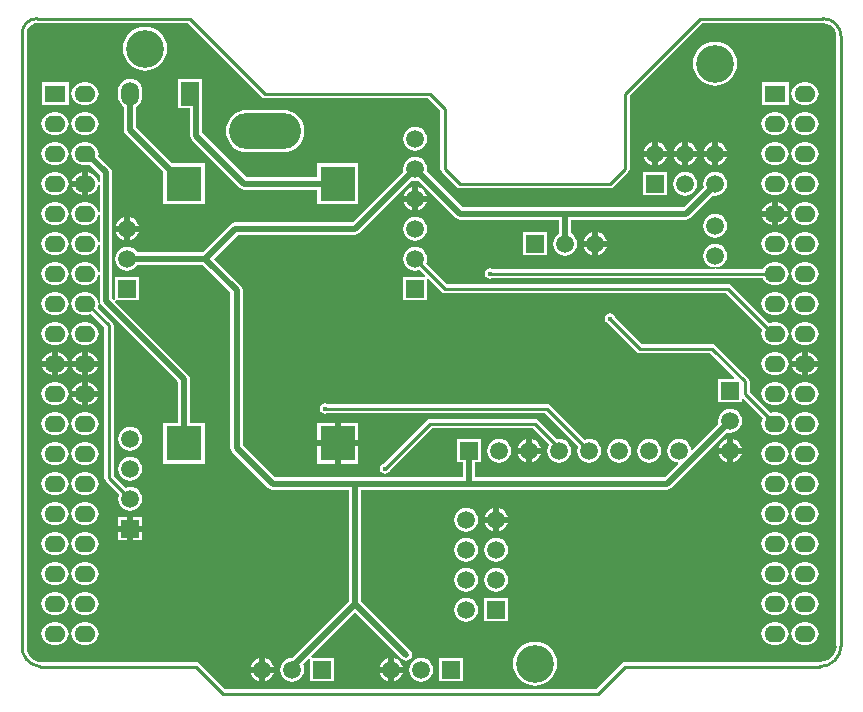
<source format=gbl>
G04*
G04 #@! TF.GenerationSoftware,Altium Limited,Altium Designer,20.0.2 (26)*
G04*
G04 Layer_Physical_Order=2*
G04 Layer_Color=16711680*
%FSLAX24Y24*%
%MOIN*%
G70*
G01*
G75*
%ADD12C,0.0100*%
%ADD23C,0.0230*%
%ADD25C,0.0197*%
%ADD26O,0.2400X0.1200*%
%ADD27C,0.0591*%
%ADD28R,0.0591X0.0591*%
%ADD29O,0.0700X0.0550*%
%ADD30R,0.0700X0.0550*%
%ADD31O,0.0600X0.0787*%
%ADD32R,0.0600X0.0787*%
%ADD33R,0.0591X0.0591*%
%ADD34C,0.1260*%
%ADD35C,0.0150*%
%ADD36R,0.1181X0.1181*%
%ADD37C,0.0138*%
G36*
X24716Y20334D02*
X24824Y20289D01*
X24917Y20217D01*
X24989Y20124D01*
X25034Y20016D01*
X25048Y19905D01*
X25047Y19900D01*
X25047Y-400D01*
X25049Y-408D01*
X25031Y-542D01*
X24976Y-675D01*
X24889Y-789D01*
X24775Y-876D01*
X24642Y-931D01*
X24508Y-949D01*
X24500Y-947D01*
X18000D01*
X17941Y-959D01*
X17892Y-992D01*
X17037Y-1847D01*
X4663D01*
X3808Y-992D01*
X3759Y-959D01*
X3700Y-947D01*
X-1487D01*
X-1488Y-946D01*
Y-946D01*
X-1488Y-946D01*
X-1580Y-934D01*
X-1701Y-884D01*
X-1804Y-804D01*
X-1884Y-701D01*
X-1934Y-580D01*
X-1950Y-462D01*
X-1946Y-412D01*
X-1946Y-412D01*
X-1947Y-364D01*
X-1947Y20000D01*
X-1948Y20003D01*
X-1936Y20090D01*
X-1901Y20174D01*
X-1846Y20246D01*
X-1774Y20301D01*
X-1690Y20336D01*
X-1603Y20348D01*
X-1600Y20347D01*
X3437D01*
X5892Y17892D01*
X5941Y17859D01*
X6000Y17847D01*
X11437D01*
X11847Y17437D01*
Y15500D01*
X11859Y15441D01*
X11892Y15392D01*
X12392Y14892D01*
X12441Y14859D01*
X12500Y14847D01*
X17500D01*
X17559Y14859D01*
X17608Y14892D01*
X18108Y15392D01*
X18141Y15441D01*
X18153Y15500D01*
Y17937D01*
X20563Y20347D01*
X24600D01*
X24605Y20348D01*
X24716Y20334D01*
D02*
G37*
%LPC*%
G36*
X2000Y20233D02*
X1857Y20219D01*
X1719Y20178D01*
X1593Y20110D01*
X1481Y20019D01*
X1390Y19907D01*
X1322Y19781D01*
X1281Y19643D01*
X1267Y19500D01*
X1281Y19357D01*
X1322Y19219D01*
X1390Y19093D01*
X1481Y18981D01*
X1593Y18890D01*
X1719Y18822D01*
X1857Y18781D01*
X2000Y18767D01*
X2143Y18781D01*
X2281Y18822D01*
X2407Y18890D01*
X2519Y18981D01*
X2610Y19093D01*
X2678Y19219D01*
X2719Y19357D01*
X2733Y19500D01*
X2719Y19643D01*
X2678Y19781D01*
X2610Y19907D01*
X2519Y20019D01*
X2407Y20110D01*
X2281Y20178D01*
X2143Y20219D01*
X2000Y20233D01*
D02*
G37*
G36*
X21000Y19733D02*
X20857Y19719D01*
X20719Y19678D01*
X20593Y19610D01*
X20481Y19519D01*
X20390Y19407D01*
X20322Y19281D01*
X20281Y19143D01*
X20267Y19000D01*
X20281Y18857D01*
X20322Y18719D01*
X20390Y18593D01*
X20481Y18481D01*
X20593Y18390D01*
X20719Y18322D01*
X20857Y18281D01*
X21000Y18267D01*
X21143Y18281D01*
X21281Y18322D01*
X21407Y18390D01*
X21519Y18481D01*
X21610Y18593D01*
X21678Y18719D01*
X21719Y18857D01*
X21733Y19000D01*
X21719Y19143D01*
X21678Y19281D01*
X21610Y19407D01*
X21519Y19519D01*
X21407Y19610D01*
X21281Y19678D01*
X21143Y19719D01*
X21000Y19733D01*
D02*
G37*
G36*
X23450Y18375D02*
X22550D01*
Y17625D01*
X23450D01*
Y18375D01*
D02*
G37*
G36*
X-550D02*
X-1450D01*
Y17625D01*
X-550D01*
Y18375D01*
D02*
G37*
G36*
X24075Y18378D02*
X23925D01*
X23827Y18365D01*
X23736Y18328D01*
X23658Y18267D01*
X23597Y18189D01*
X23560Y18098D01*
X23547Y18000D01*
X23560Y17902D01*
X23597Y17811D01*
X23658Y17733D01*
X23736Y17672D01*
X23827Y17635D01*
X23925Y17622D01*
X24075D01*
X24173Y17635D01*
X24264Y17672D01*
X24342Y17733D01*
X24403Y17811D01*
X24440Y17902D01*
X24453Y18000D01*
X24440Y18098D01*
X24403Y18189D01*
X24342Y18267D01*
X24264Y18328D01*
X24173Y18365D01*
X24075Y18378D01*
D02*
G37*
G36*
X75D02*
X-75D01*
X-173Y18365D01*
X-264Y18328D01*
X-342Y18267D01*
X-403Y18189D01*
X-440Y18098D01*
X-453Y18000D01*
X-440Y17902D01*
X-403Y17811D01*
X-342Y17733D01*
X-264Y17672D01*
X-173Y17635D01*
X-75Y17622D01*
X75D01*
X173Y17635D01*
X264Y17672D01*
X342Y17733D01*
X403Y17811D01*
X440Y17902D01*
X453Y18000D01*
X440Y18098D01*
X403Y18189D01*
X342Y18267D01*
X264Y18328D01*
X173Y18365D01*
X75Y18378D01*
D02*
G37*
G36*
X24075Y17378D02*
X23925D01*
X23827Y17365D01*
X23736Y17328D01*
X23658Y17267D01*
X23597Y17189D01*
X23560Y17098D01*
X23547Y17000D01*
X23560Y16902D01*
X23597Y16811D01*
X23658Y16733D01*
X23736Y16672D01*
X23827Y16635D01*
X23925Y16622D01*
X24075D01*
X24173Y16635D01*
X24264Y16672D01*
X24342Y16733D01*
X24403Y16811D01*
X24440Y16902D01*
X24453Y17000D01*
X24440Y17098D01*
X24403Y17189D01*
X24342Y17267D01*
X24264Y17328D01*
X24173Y17365D01*
X24075Y17378D01*
D02*
G37*
G36*
X23075D02*
X22925D01*
X22827Y17365D01*
X22736Y17328D01*
X22658Y17267D01*
X22597Y17189D01*
X22560Y17098D01*
X22547Y17000D01*
X22560Y16902D01*
X22597Y16811D01*
X22658Y16733D01*
X22736Y16672D01*
X22827Y16635D01*
X22925Y16622D01*
X23075D01*
X23173Y16635D01*
X23264Y16672D01*
X23342Y16733D01*
X23403Y16811D01*
X23440Y16902D01*
X23453Y17000D01*
X23440Y17098D01*
X23403Y17189D01*
X23342Y17267D01*
X23264Y17328D01*
X23173Y17365D01*
X23075Y17378D01*
D02*
G37*
G36*
X75D02*
X-75D01*
X-173Y17365D01*
X-264Y17328D01*
X-342Y17267D01*
X-403Y17189D01*
X-440Y17098D01*
X-453Y17000D01*
X-440Y16902D01*
X-403Y16811D01*
X-342Y16733D01*
X-264Y16672D01*
X-173Y16635D01*
X-75Y16622D01*
X75D01*
X173Y16635D01*
X264Y16672D01*
X342Y16733D01*
X403Y16811D01*
X440Y16902D01*
X453Y17000D01*
X440Y17098D01*
X403Y17189D01*
X342Y17267D01*
X264Y17328D01*
X173Y17365D01*
X75Y17378D01*
D02*
G37*
G36*
X-925D02*
X-1075D01*
X-1173Y17365D01*
X-1264Y17328D01*
X-1342Y17267D01*
X-1403Y17189D01*
X-1440Y17098D01*
X-1453Y17000D01*
X-1440Y16902D01*
X-1403Y16811D01*
X-1342Y16733D01*
X-1264Y16672D01*
X-1173Y16635D01*
X-1075Y16622D01*
X-925D01*
X-827Y16635D01*
X-736Y16672D01*
X-658Y16733D01*
X-597Y16811D01*
X-560Y16902D01*
X-547Y17000D01*
X-560Y17098D01*
X-597Y17189D01*
X-658Y17267D01*
X-736Y17328D01*
X-827Y17365D01*
X-925Y17378D01*
D02*
G37*
G36*
X11000Y16899D02*
X10897Y16885D01*
X10801Y16845D01*
X10718Y16782D01*
X10655Y16699D01*
X10615Y16603D01*
X10601Y16500D01*
X10615Y16397D01*
X10655Y16301D01*
X10718Y16218D01*
X10801Y16155D01*
X10897Y16115D01*
X11000Y16101D01*
X11103Y16115D01*
X11199Y16155D01*
X11282Y16218D01*
X11345Y16301D01*
X11385Y16397D01*
X11399Y16500D01*
X11385Y16603D01*
X11345Y16699D01*
X11282Y16782D01*
X11199Y16845D01*
X11103Y16885D01*
X11000Y16899D01*
D02*
G37*
G36*
X21100Y16386D02*
Y16100D01*
X21386D01*
X21385Y16103D01*
X21345Y16199D01*
X21282Y16282D01*
X21199Y16345D01*
X21103Y16385D01*
X21100Y16386D01*
D02*
G37*
G36*
X20900D02*
X20897Y16385D01*
X20801Y16345D01*
X20718Y16282D01*
X20655Y16199D01*
X20615Y16103D01*
X20614Y16100D01*
X20900D01*
Y16386D01*
D02*
G37*
G36*
X20100D02*
Y16100D01*
X20386D01*
X20385Y16103D01*
X20345Y16199D01*
X20282Y16282D01*
X20199Y16345D01*
X20103Y16385D01*
X20100Y16386D01*
D02*
G37*
G36*
X19900D02*
X19897Y16385D01*
X19801Y16345D01*
X19718Y16282D01*
X19655Y16199D01*
X19615Y16103D01*
X19614Y16100D01*
X19900D01*
Y16386D01*
D02*
G37*
G36*
X19100D02*
Y16100D01*
X19386D01*
X19385Y16103D01*
X19345Y16199D01*
X19282Y16282D01*
X19199Y16345D01*
X19103Y16385D01*
X19100Y16386D01*
D02*
G37*
G36*
X18900D02*
X18897Y16385D01*
X18801Y16345D01*
X18718Y16282D01*
X18655Y16199D01*
X18615Y16103D01*
X18614Y16100D01*
X18900D01*
Y16386D01*
D02*
G37*
G36*
X6600Y17453D02*
X5400D01*
X5263Y17440D01*
X5131Y17400D01*
X5009Y17335D01*
X4903Y17247D01*
X4815Y17141D01*
X4750Y17019D01*
X4710Y16887D01*
X4697Y16750D01*
X4710Y16613D01*
X4750Y16481D01*
X4815Y16359D01*
X4903Y16253D01*
X5009Y16165D01*
X5131Y16100D01*
X5263Y16060D01*
X5400Y16047D01*
X6600D01*
X6737Y16060D01*
X6869Y16100D01*
X6991Y16165D01*
X7097Y16253D01*
X7185Y16359D01*
X7250Y16481D01*
X7290Y16613D01*
X7303Y16750D01*
X7290Y16887D01*
X7250Y17019D01*
X7185Y17141D01*
X7097Y17247D01*
X6991Y17335D01*
X6869Y17400D01*
X6737Y17440D01*
X6600Y17453D01*
D02*
G37*
G36*
X24075Y16378D02*
X23925D01*
X23827Y16365D01*
X23736Y16328D01*
X23658Y16267D01*
X23597Y16189D01*
X23560Y16098D01*
X23547Y16000D01*
X23560Y15902D01*
X23597Y15811D01*
X23658Y15733D01*
X23736Y15672D01*
X23827Y15635D01*
X23925Y15622D01*
X24075D01*
X24173Y15635D01*
X24264Y15672D01*
X24342Y15733D01*
X24403Y15811D01*
X24440Y15902D01*
X24453Y16000D01*
X24440Y16098D01*
X24403Y16189D01*
X24342Y16267D01*
X24264Y16328D01*
X24173Y16365D01*
X24075Y16378D01*
D02*
G37*
G36*
X23075D02*
X22925D01*
X22827Y16365D01*
X22736Y16328D01*
X22658Y16267D01*
X22597Y16189D01*
X22560Y16098D01*
X22547Y16000D01*
X22560Y15902D01*
X22597Y15811D01*
X22658Y15733D01*
X22736Y15672D01*
X22827Y15635D01*
X22925Y15622D01*
X23075D01*
X23173Y15635D01*
X23264Y15672D01*
X23342Y15733D01*
X23403Y15811D01*
X23440Y15902D01*
X23453Y16000D01*
X23440Y16098D01*
X23403Y16189D01*
X23342Y16267D01*
X23264Y16328D01*
X23173Y16365D01*
X23075Y16378D01*
D02*
G37*
G36*
X-925D02*
X-1075D01*
X-1173Y16365D01*
X-1264Y16328D01*
X-1342Y16267D01*
X-1403Y16189D01*
X-1440Y16098D01*
X-1453Y16000D01*
X-1440Y15902D01*
X-1403Y15811D01*
X-1342Y15733D01*
X-1264Y15672D01*
X-1173Y15635D01*
X-1075Y15622D01*
X-925D01*
X-827Y15635D01*
X-736Y15672D01*
X-658Y15733D01*
X-597Y15811D01*
X-560Y15902D01*
X-547Y16000D01*
X-560Y16098D01*
X-597Y16189D01*
X-658Y16267D01*
X-736Y16328D01*
X-827Y16365D01*
X-925Y16378D01*
D02*
G37*
G36*
X21386Y15900D02*
X21100D01*
Y15614D01*
X21103Y15615D01*
X21199Y15655D01*
X21282Y15718D01*
X21345Y15801D01*
X21385Y15897D01*
X21386Y15900D01*
D02*
G37*
G36*
X20900D02*
X20614D01*
X20615Y15897D01*
X20655Y15801D01*
X20718Y15718D01*
X20801Y15655D01*
X20897Y15615D01*
X20900Y15614D01*
Y15900D01*
D02*
G37*
G36*
X20386D02*
X20100D01*
Y15614D01*
X20103Y15615D01*
X20199Y15655D01*
X20282Y15718D01*
X20345Y15801D01*
X20385Y15897D01*
X20386Y15900D01*
D02*
G37*
G36*
X19900D02*
X19614D01*
X19615Y15897D01*
X19655Y15801D01*
X19718Y15718D01*
X19801Y15655D01*
X19897Y15615D01*
X19900Y15614D01*
Y15900D01*
D02*
G37*
G36*
X19386D02*
X19100D01*
Y15614D01*
X19103Y15615D01*
X19199Y15655D01*
X19282Y15718D01*
X19345Y15801D01*
X19385Y15897D01*
X19386Y15900D01*
D02*
G37*
G36*
X18900D02*
X18614D01*
X18615Y15897D01*
X18655Y15801D01*
X18718Y15718D01*
X18801Y15655D01*
X18897Y15615D01*
X18900Y15614D01*
Y15900D01*
D02*
G37*
G36*
X-100Y15375D02*
X-173Y15365D01*
X-264Y15328D01*
X-342Y15267D01*
X-403Y15189D01*
X-439Y15100D01*
X-100D01*
Y15375D01*
D02*
G37*
G36*
X75Y16378D02*
X-75D01*
X-173Y16365D01*
X-264Y16328D01*
X-342Y16267D01*
X-403Y16189D01*
X-440Y16098D01*
X-453Y16000D01*
X-440Y15902D01*
X-403Y15811D01*
X-342Y15733D01*
X-264Y15672D01*
X-173Y15635D01*
X-75Y15622D01*
X75D01*
X156Y15632D01*
X498Y15291D01*
Y15045D01*
X448Y15042D01*
X440Y15098D01*
X403Y15189D01*
X342Y15267D01*
X264Y15328D01*
X173Y15365D01*
X100Y15375D01*
Y15000D01*
Y14625D01*
X173Y14635D01*
X264Y14672D01*
X342Y14733D01*
X403Y14811D01*
X440Y14902D01*
X448Y14958D01*
X498Y14955D01*
Y14045D01*
X448Y14042D01*
X440Y14098D01*
X403Y14189D01*
X342Y14267D01*
X264Y14328D01*
X173Y14365D01*
X75Y14378D01*
X-75D01*
X-173Y14365D01*
X-264Y14328D01*
X-342Y14267D01*
X-403Y14189D01*
X-440Y14098D01*
X-453Y14000D01*
X-440Y13902D01*
X-403Y13811D01*
X-342Y13733D01*
X-264Y13672D01*
X-173Y13635D01*
X-75Y13622D01*
X75D01*
X173Y13635D01*
X264Y13672D01*
X342Y13733D01*
X403Y13811D01*
X440Y13902D01*
X448Y13958D01*
X498Y13955D01*
Y13045D01*
X448Y13042D01*
X440Y13098D01*
X403Y13189D01*
X342Y13267D01*
X264Y13328D01*
X173Y13365D01*
X75Y13378D01*
X-75D01*
X-173Y13365D01*
X-264Y13328D01*
X-342Y13267D01*
X-403Y13189D01*
X-440Y13098D01*
X-453Y13000D01*
X-440Y12902D01*
X-403Y12811D01*
X-342Y12733D01*
X-264Y12672D01*
X-173Y12635D01*
X-75Y12622D01*
X75D01*
X173Y12635D01*
X264Y12672D01*
X342Y12733D01*
X403Y12811D01*
X440Y12902D01*
X448Y12958D01*
X498Y12955D01*
Y12045D01*
X448Y12042D01*
X440Y12098D01*
X403Y12189D01*
X342Y12267D01*
X264Y12328D01*
X173Y12365D01*
X75Y12378D01*
X-75D01*
X-173Y12365D01*
X-264Y12328D01*
X-342Y12267D01*
X-403Y12189D01*
X-440Y12098D01*
X-453Y12000D01*
X-440Y11902D01*
X-403Y11811D01*
X-342Y11733D01*
X-264Y11672D01*
X-173Y11635D01*
X-75Y11622D01*
X75D01*
X173Y11635D01*
X264Y11672D01*
X342Y11733D01*
X403Y11811D01*
X440Y11902D01*
X448Y11958D01*
X498Y11955D01*
Y11081D01*
X513Y11003D01*
X557Y10938D01*
X3098Y8397D01*
Y7029D01*
X2609D01*
Y5648D01*
X3991D01*
Y7029D01*
X3502D01*
Y8481D01*
X3487Y8558D01*
X3443Y8624D01*
X1012Y11055D01*
X1033Y11105D01*
X1042Y11105D01*
X1042Y11105D01*
X1043Y11105D01*
X1795D01*
Y11895D01*
X1005D01*
X1005Y11143D01*
Y11142D01*
D01*
X1005Y11133D01*
X989Y11126D01*
X955Y11112D01*
X902Y11165D01*
Y15375D01*
X887Y15452D01*
X843Y15518D01*
X443Y15919D01*
X453Y16000D01*
X440Y16098D01*
X403Y16189D01*
X342Y16267D01*
X264Y16328D01*
X173Y16365D01*
X75Y16378D01*
D02*
G37*
G36*
X-100Y14900D02*
X-439D01*
X-403Y14811D01*
X-342Y14733D01*
X-264Y14672D01*
X-173Y14635D01*
X-100Y14625D01*
Y14900D01*
D02*
G37*
G36*
X24075Y15378D02*
X23925D01*
X23827Y15365D01*
X23736Y15328D01*
X23658Y15267D01*
X23597Y15189D01*
X23560Y15098D01*
X23547Y15000D01*
X23560Y14902D01*
X23597Y14811D01*
X23658Y14733D01*
X23736Y14672D01*
X23827Y14635D01*
X23925Y14622D01*
X24075D01*
X24173Y14635D01*
X24264Y14672D01*
X24342Y14733D01*
X24403Y14811D01*
X24440Y14902D01*
X24453Y15000D01*
X24440Y15098D01*
X24403Y15189D01*
X24342Y15267D01*
X24264Y15328D01*
X24173Y15365D01*
X24075Y15378D01*
D02*
G37*
G36*
X23075D02*
X22925D01*
X22827Y15365D01*
X22736Y15328D01*
X22658Y15267D01*
X22597Y15189D01*
X22560Y15098D01*
X22547Y15000D01*
X22560Y14902D01*
X22597Y14811D01*
X22658Y14733D01*
X22736Y14672D01*
X22827Y14635D01*
X22925Y14622D01*
X23075D01*
X23173Y14635D01*
X23264Y14672D01*
X23342Y14733D01*
X23403Y14811D01*
X23440Y14902D01*
X23453Y15000D01*
X23440Y15098D01*
X23403Y15189D01*
X23342Y15267D01*
X23264Y15328D01*
X23173Y15365D01*
X23075Y15378D01*
D02*
G37*
G36*
X-925D02*
X-1075D01*
X-1173Y15365D01*
X-1264Y15328D01*
X-1342Y15267D01*
X-1403Y15189D01*
X-1440Y15098D01*
X-1453Y15000D01*
X-1440Y14902D01*
X-1403Y14811D01*
X-1342Y14733D01*
X-1264Y14672D01*
X-1173Y14635D01*
X-1075Y14622D01*
X-925D01*
X-827Y14635D01*
X-736Y14672D01*
X-658Y14733D01*
X-597Y14811D01*
X-560Y14902D01*
X-547Y15000D01*
X-560Y15098D01*
X-597Y15189D01*
X-658Y15267D01*
X-736Y15328D01*
X-827Y15365D01*
X-925Y15378D01*
D02*
G37*
G36*
X19395Y15395D02*
X18605D01*
Y14605D01*
X19395D01*
Y15395D01*
D02*
G37*
G36*
X11000Y15899D02*
X10897Y15885D01*
X10801Y15845D01*
X10718Y15782D01*
X10655Y15699D01*
X10615Y15603D01*
X10601Y15500D01*
X10614Y15401D01*
X8916Y13702D01*
X5000D01*
X4923Y13687D01*
X4857Y13643D01*
X3916Y12702D01*
X1743D01*
X1682Y12782D01*
X1599Y12845D01*
X1503Y12885D01*
X1400Y12899D01*
X1297Y12885D01*
X1201Y12845D01*
X1118Y12782D01*
X1055Y12699D01*
X1015Y12603D01*
X1001Y12500D01*
X1015Y12397D01*
X1055Y12301D01*
X1118Y12218D01*
X1201Y12155D01*
X1297Y12115D01*
X1400Y12101D01*
X1503Y12115D01*
X1599Y12155D01*
X1682Y12218D01*
X1743Y12298D01*
X3916D01*
X4848Y11366D01*
Y10034D01*
X4847Y10034D01*
X4831Y9950D01*
X4847Y9866D01*
X4848Y9866D01*
Y6200D01*
X4863Y6123D01*
X4907Y6057D01*
X6107Y4857D01*
X6173Y4813D01*
X6250Y4798D01*
X8798D01*
Y1084D01*
X6911Y-803D01*
X6900Y-801D01*
X6797Y-815D01*
X6701Y-855D01*
X6618Y-918D01*
X6555Y-1001D01*
X6515Y-1097D01*
X6501Y-1200D01*
X6515Y-1303D01*
X6555Y-1399D01*
X6618Y-1482D01*
X6701Y-1545D01*
X6797Y-1585D01*
X6900Y-1599D01*
X7003Y-1585D01*
X7099Y-1545D01*
X7182Y-1482D01*
X7245Y-1399D01*
X7285Y-1303D01*
X7299Y-1200D01*
X7285Y-1097D01*
X7257Y-1029D01*
X7455Y-831D01*
X7505Y-852D01*
Y-1595D01*
X8295D01*
Y-805D01*
X7552D01*
X7531Y-755D01*
X9000Y714D01*
X10557Y-843D01*
X10623Y-887D01*
X10700Y-902D01*
X10777Y-887D01*
X10843Y-843D01*
X10887Y-777D01*
X10902Y-700D01*
X10887Y-623D01*
X10843Y-557D01*
X9202Y1084D01*
Y4798D01*
X19400D01*
X19477Y4813D01*
X19543Y4857D01*
X21401Y6714D01*
X21500Y6701D01*
X21603Y6715D01*
X21699Y6755D01*
X21782Y6818D01*
X21845Y6901D01*
X21885Y6997D01*
X21899Y7100D01*
X21885Y7203D01*
X21845Y7299D01*
X21782Y7382D01*
X21699Y7445D01*
X21603Y7485D01*
X21500Y7499D01*
X21397Y7485D01*
X21301Y7445D01*
X21218Y7382D01*
X21155Y7299D01*
X21115Y7203D01*
X21101Y7100D01*
X21114Y7001D01*
X20245Y6131D01*
X20192Y6149D01*
X20185Y6203D01*
X20145Y6299D01*
X20082Y6382D01*
X19999Y6445D01*
X19903Y6485D01*
X19800Y6499D01*
X19697Y6485D01*
X19601Y6445D01*
X19518Y6382D01*
X19455Y6299D01*
X19415Y6203D01*
X19401Y6100D01*
X19415Y5997D01*
X19455Y5901D01*
X19518Y5818D01*
X19601Y5755D01*
X19697Y5715D01*
X19751Y5708D01*
X19769Y5655D01*
X19316Y5202D01*
X13002D01*
Y5705D01*
X13195D01*
Y6495D01*
X12405D01*
Y5705D01*
X12598D01*
Y5202D01*
X6334D01*
X5252Y6284D01*
Y9866D01*
X5253Y9866D01*
X5269Y9950D01*
X5253Y10034D01*
X5252Y10034D01*
Y11450D01*
X5237Y11527D01*
X5193Y11593D01*
X4286Y12500D01*
X5084Y13298D01*
X9000D01*
X9077Y13313D01*
X9143Y13357D01*
X10901Y15114D01*
X11000Y15101D01*
X11099Y15114D01*
X12357Y13857D01*
X12423Y13813D01*
X12500Y13798D01*
X15798D01*
Y13343D01*
X15718Y13282D01*
X15655Y13199D01*
X15615Y13103D01*
X15601Y13000D01*
X15615Y12897D01*
X15655Y12801D01*
X15718Y12718D01*
X15801Y12655D01*
X15897Y12615D01*
X16000Y12601D01*
X16103Y12615D01*
X16199Y12655D01*
X16282Y12718D01*
X16345Y12801D01*
X16385Y12897D01*
X16399Y13000D01*
X16385Y13103D01*
X16345Y13199D01*
X16282Y13282D01*
X16202Y13343D01*
Y13798D01*
X20035D01*
X20113Y13813D01*
X20178Y13857D01*
X20932Y14610D01*
X21000Y14601D01*
X21103Y14615D01*
X21199Y14655D01*
X21282Y14718D01*
X21345Y14801D01*
X21385Y14897D01*
X21399Y15000D01*
X21385Y15103D01*
X21345Y15199D01*
X21282Y15282D01*
X21199Y15345D01*
X21103Y15385D01*
X21000Y15399D01*
X20897Y15385D01*
X20801Y15345D01*
X20718Y15282D01*
X20655Y15199D01*
X20615Y15103D01*
X20601Y15000D01*
X20615Y14897D01*
X20624Y14875D01*
X19952Y14202D01*
X12584D01*
X11386Y15401D01*
X11399Y15500D01*
X11385Y15603D01*
X11345Y15699D01*
X11282Y15782D01*
X11199Y15845D01*
X11103Y15885D01*
X11000Y15899D01*
D02*
G37*
G36*
X20000Y15399D02*
X19897Y15385D01*
X19801Y15345D01*
X19718Y15282D01*
X19655Y15199D01*
X19615Y15103D01*
X19601Y15000D01*
X19615Y14897D01*
X19655Y14801D01*
X19718Y14718D01*
X19801Y14655D01*
X19897Y14615D01*
X20000Y14601D01*
X20103Y14615D01*
X20199Y14655D01*
X20282Y14718D01*
X20345Y14801D01*
X20385Y14897D01*
X20399Y15000D01*
X20385Y15103D01*
X20345Y15199D01*
X20282Y15282D01*
X20199Y15345D01*
X20103Y15385D01*
X20000Y15399D01*
D02*
G37*
G36*
X11100Y14886D02*
Y14600D01*
X11386D01*
X11385Y14603D01*
X11345Y14699D01*
X11282Y14782D01*
X11199Y14845D01*
X11103Y14885D01*
X11100Y14886D01*
D02*
G37*
G36*
X10900D02*
X10897Y14885D01*
X10801Y14845D01*
X10718Y14782D01*
X10655Y14699D01*
X10615Y14603D01*
X10614Y14600D01*
X10900D01*
Y14886D01*
D02*
G37*
G36*
X3900Y18494D02*
X3100D01*
Y17506D01*
X3499D01*
Y16598D01*
X3515Y16521D01*
X3559Y16455D01*
X5157Y14857D01*
X5223Y14813D01*
X5300Y14798D01*
X7728D01*
Y14309D01*
X9109D01*
Y15691D01*
X7728D01*
Y15202D01*
X5384D01*
X3904Y16682D01*
Y17705D01*
X3900Y17724D01*
Y18494D01*
D02*
G37*
G36*
X1500Y18497D02*
X1396Y18483D01*
X1298Y18443D01*
X1215Y18379D01*
X1151Y18295D01*
X1110Y18198D01*
X1097Y18094D01*
Y17906D01*
X1110Y17802D01*
X1151Y17705D01*
X1215Y17621D01*
X1298Y17557D01*
Y16800D01*
X1313Y16723D01*
X1357Y16657D01*
X2609Y15404D01*
Y14309D01*
X3991D01*
Y15691D01*
X2896D01*
X1702Y16884D01*
Y17557D01*
X1785Y17621D01*
X1849Y17705D01*
X1890Y17802D01*
X1903Y17906D01*
Y18094D01*
X1890Y18198D01*
X1849Y18295D01*
X1785Y18379D01*
X1702Y18443D01*
X1604Y18483D01*
X1500Y18497D01*
D02*
G37*
G36*
X11386Y14400D02*
X11100D01*
Y14114D01*
X11103Y14115D01*
X11199Y14155D01*
X11282Y14218D01*
X11345Y14301D01*
X11385Y14397D01*
X11386Y14400D01*
D02*
G37*
G36*
X10900D02*
X10614D01*
X10615Y14397D01*
X10655Y14301D01*
X10718Y14218D01*
X10801Y14155D01*
X10897Y14115D01*
X10900Y14114D01*
Y14400D01*
D02*
G37*
G36*
X23100Y14375D02*
Y14100D01*
X23439D01*
X23403Y14189D01*
X23342Y14267D01*
X23264Y14328D01*
X23173Y14365D01*
X23100Y14375D01*
D02*
G37*
G36*
X22900D02*
X22827Y14365D01*
X22736Y14328D01*
X22658Y14267D01*
X22597Y14189D01*
X22561Y14100D01*
X22900D01*
Y14375D01*
D02*
G37*
G36*
X23439Y13900D02*
X23100D01*
Y13625D01*
X23173Y13635D01*
X23264Y13672D01*
X23342Y13733D01*
X23403Y13811D01*
X23439Y13900D01*
D02*
G37*
G36*
X22900D02*
X22561D01*
X22597Y13811D01*
X22658Y13733D01*
X22736Y13672D01*
X22827Y13635D01*
X22900Y13625D01*
Y13900D01*
D02*
G37*
G36*
X24075Y14378D02*
X23925D01*
X23827Y14365D01*
X23736Y14328D01*
X23658Y14267D01*
X23597Y14189D01*
X23560Y14098D01*
X23547Y14000D01*
X23560Y13902D01*
X23597Y13811D01*
X23658Y13733D01*
X23736Y13672D01*
X23827Y13635D01*
X23925Y13622D01*
X24075D01*
X24173Y13635D01*
X24264Y13672D01*
X24342Y13733D01*
X24403Y13811D01*
X24440Y13902D01*
X24453Y14000D01*
X24440Y14098D01*
X24403Y14189D01*
X24342Y14267D01*
X24264Y14328D01*
X24173Y14365D01*
X24075Y14378D01*
D02*
G37*
G36*
X-925D02*
X-1075D01*
X-1173Y14365D01*
X-1264Y14328D01*
X-1342Y14267D01*
X-1403Y14189D01*
X-1440Y14098D01*
X-1453Y14000D01*
X-1440Y13902D01*
X-1403Y13811D01*
X-1342Y13733D01*
X-1264Y13672D01*
X-1173Y13635D01*
X-1075Y13622D01*
X-925D01*
X-827Y13635D01*
X-736Y13672D01*
X-658Y13733D01*
X-597Y13811D01*
X-560Y13902D01*
X-547Y14000D01*
X-560Y14098D01*
X-597Y14189D01*
X-658Y14267D01*
X-736Y14328D01*
X-827Y14365D01*
X-925Y14378D01*
D02*
G37*
G36*
X1500Y13886D02*
Y13600D01*
X1786D01*
X1785Y13603D01*
X1745Y13699D01*
X1682Y13782D01*
X1599Y13845D01*
X1503Y13885D01*
X1500Y13886D01*
D02*
G37*
G36*
X1300D02*
X1297Y13885D01*
X1201Y13845D01*
X1118Y13782D01*
X1055Y13699D01*
X1015Y13603D01*
X1014Y13600D01*
X1300D01*
Y13886D01*
D02*
G37*
G36*
X21000Y13999D02*
X20897Y13985D01*
X20801Y13945D01*
X20718Y13882D01*
X20655Y13799D01*
X20615Y13703D01*
X20601Y13600D01*
X20615Y13497D01*
X20655Y13401D01*
X20718Y13318D01*
X20801Y13255D01*
X20897Y13215D01*
X21000Y13201D01*
X21103Y13215D01*
X21199Y13255D01*
X21282Y13318D01*
X21345Y13401D01*
X21385Y13497D01*
X21399Y13600D01*
X21385Y13703D01*
X21345Y13799D01*
X21282Y13882D01*
X21199Y13945D01*
X21103Y13985D01*
X21000Y13999D01*
D02*
G37*
G36*
X1786Y13400D02*
X1500D01*
Y13114D01*
X1503Y13115D01*
X1599Y13155D01*
X1682Y13218D01*
X1745Y13301D01*
X1785Y13397D01*
X1786Y13400D01*
D02*
G37*
G36*
X1300D02*
X1014D01*
X1015Y13397D01*
X1055Y13301D01*
X1118Y13218D01*
X1201Y13155D01*
X1297Y13115D01*
X1300Y13114D01*
Y13400D01*
D02*
G37*
G36*
X11000Y13899D02*
X10897Y13885D01*
X10801Y13845D01*
X10718Y13782D01*
X10655Y13699D01*
X10615Y13603D01*
X10601Y13500D01*
X10615Y13397D01*
X10655Y13301D01*
X10718Y13218D01*
X10801Y13155D01*
X10897Y13115D01*
X11000Y13101D01*
X11103Y13115D01*
X11199Y13155D01*
X11282Y13218D01*
X11345Y13301D01*
X11385Y13397D01*
X11399Y13500D01*
X11385Y13603D01*
X11345Y13699D01*
X11282Y13782D01*
X11199Y13845D01*
X11103Y13885D01*
X11000Y13899D01*
D02*
G37*
G36*
X17100Y13386D02*
Y13100D01*
X17386D01*
X17385Y13103D01*
X17345Y13199D01*
X17282Y13282D01*
X17199Y13345D01*
X17103Y13385D01*
X17100Y13386D01*
D02*
G37*
G36*
X16900D02*
X16897Y13385D01*
X16801Y13345D01*
X16718Y13282D01*
X16655Y13199D01*
X16615Y13103D01*
X16614Y13100D01*
X16900D01*
Y13386D01*
D02*
G37*
G36*
X24075Y13378D02*
X23925D01*
X23827Y13365D01*
X23736Y13328D01*
X23658Y13267D01*
X23597Y13189D01*
X23560Y13098D01*
X23547Y13000D01*
X23560Y12902D01*
X23597Y12811D01*
X23658Y12733D01*
X23736Y12672D01*
X23827Y12635D01*
X23925Y12622D01*
X24075D01*
X24173Y12635D01*
X24264Y12672D01*
X24342Y12733D01*
X24403Y12811D01*
X24440Y12902D01*
X24453Y13000D01*
X24440Y13098D01*
X24403Y13189D01*
X24342Y13267D01*
X24264Y13328D01*
X24173Y13365D01*
X24075Y13378D01*
D02*
G37*
G36*
X23075D02*
X22925D01*
X22827Y13365D01*
X22736Y13328D01*
X22658Y13267D01*
X22597Y13189D01*
X22560Y13098D01*
X22547Y13000D01*
X22560Y12902D01*
X22597Y12811D01*
X22658Y12733D01*
X22736Y12672D01*
X22827Y12635D01*
X22925Y12622D01*
X23075D01*
X23173Y12635D01*
X23264Y12672D01*
X23342Y12733D01*
X23403Y12811D01*
X23440Y12902D01*
X23453Y13000D01*
X23440Y13098D01*
X23403Y13189D01*
X23342Y13267D01*
X23264Y13328D01*
X23173Y13365D01*
X23075Y13378D01*
D02*
G37*
G36*
X-925D02*
X-1075D01*
X-1173Y13365D01*
X-1264Y13328D01*
X-1342Y13267D01*
X-1403Y13189D01*
X-1440Y13098D01*
X-1453Y13000D01*
X-1440Y12902D01*
X-1403Y12811D01*
X-1342Y12733D01*
X-1264Y12672D01*
X-1173Y12635D01*
X-1075Y12622D01*
X-925D01*
X-827Y12635D01*
X-736Y12672D01*
X-658Y12733D01*
X-597Y12811D01*
X-560Y12902D01*
X-547Y13000D01*
X-560Y13098D01*
X-597Y13189D01*
X-658Y13267D01*
X-736Y13328D01*
X-827Y13365D01*
X-925Y13378D01*
D02*
G37*
G36*
X17386Y12900D02*
X17100D01*
Y12614D01*
X17103Y12615D01*
X17199Y12655D01*
X17282Y12718D01*
X17345Y12801D01*
X17385Y12897D01*
X17386Y12900D01*
D02*
G37*
G36*
X16900D02*
X16614D01*
X16615Y12897D01*
X16655Y12801D01*
X16718Y12718D01*
X16801Y12655D01*
X16897Y12615D01*
X16900Y12614D01*
Y12900D01*
D02*
G37*
G36*
X15395Y13395D02*
X14605D01*
Y12605D01*
X15395D01*
Y13395D01*
D02*
G37*
G36*
X21000Y12999D02*
X20897Y12985D01*
X20801Y12945D01*
X20718Y12882D01*
X20655Y12799D01*
X20615Y12703D01*
X20601Y12600D01*
X20615Y12497D01*
X20655Y12401D01*
X20718Y12318D01*
X20801Y12255D01*
X20897Y12215D01*
X20965Y12206D01*
X20988Y12203D01*
X20984Y12153D01*
X13586D01*
X13568Y12165D01*
X13500Y12178D01*
X13432Y12165D01*
X13374Y12126D01*
X13335Y12068D01*
X13322Y12000D01*
X13335Y11932D01*
X13374Y11874D01*
X13432Y11835D01*
X13500Y11822D01*
X13568Y11835D01*
X13586Y11847D01*
X22582D01*
X22597Y11811D01*
X22658Y11733D01*
X22736Y11672D01*
X22827Y11635D01*
X22925Y11622D01*
X23075D01*
X23173Y11635D01*
X23264Y11672D01*
X23342Y11733D01*
X23403Y11811D01*
X23440Y11902D01*
X23453Y12000D01*
X23440Y12098D01*
X23403Y12189D01*
X23342Y12267D01*
X23264Y12328D01*
X23173Y12365D01*
X23075Y12378D01*
X22925D01*
X22827Y12365D01*
X22736Y12328D01*
X22658Y12267D01*
X22597Y12189D01*
X22582Y12153D01*
X21016D01*
X21012Y12203D01*
X21035Y12206D01*
X21103Y12215D01*
X21199Y12255D01*
X21282Y12318D01*
X21345Y12401D01*
X21385Y12497D01*
X21399Y12600D01*
X21385Y12703D01*
X21345Y12799D01*
X21282Y12882D01*
X21199Y12945D01*
X21103Y12985D01*
X21000Y12999D01*
D02*
G37*
G36*
X24075Y12378D02*
X23925D01*
X23827Y12365D01*
X23736Y12328D01*
X23658Y12267D01*
X23597Y12189D01*
X23560Y12098D01*
X23547Y12000D01*
X23560Y11902D01*
X23597Y11811D01*
X23658Y11733D01*
X23736Y11672D01*
X23827Y11635D01*
X23925Y11622D01*
X24075D01*
X24173Y11635D01*
X24264Y11672D01*
X24342Y11733D01*
X24403Y11811D01*
X24440Y11902D01*
X24453Y12000D01*
X24440Y12098D01*
X24403Y12189D01*
X24342Y12267D01*
X24264Y12328D01*
X24173Y12365D01*
X24075Y12378D01*
D02*
G37*
G36*
X-925D02*
X-1075D01*
X-1173Y12365D01*
X-1264Y12328D01*
X-1342Y12267D01*
X-1403Y12189D01*
X-1440Y12098D01*
X-1453Y12000D01*
X-1440Y11902D01*
X-1403Y11811D01*
X-1342Y11733D01*
X-1264Y11672D01*
X-1173Y11635D01*
X-1075Y11622D01*
X-925D01*
X-827Y11635D01*
X-736Y11672D01*
X-658Y11733D01*
X-597Y11811D01*
X-560Y11902D01*
X-547Y12000D01*
X-560Y12098D01*
X-597Y12189D01*
X-658Y12267D01*
X-736Y12328D01*
X-827Y12365D01*
X-925Y12378D01*
D02*
G37*
G36*
X24075Y11378D02*
X23925D01*
X23827Y11365D01*
X23736Y11328D01*
X23658Y11267D01*
X23597Y11189D01*
X23560Y11098D01*
X23547Y11000D01*
X23560Y10902D01*
X23597Y10811D01*
X23658Y10733D01*
X23736Y10672D01*
X23827Y10635D01*
X23925Y10622D01*
X24075D01*
X24173Y10635D01*
X24264Y10672D01*
X24342Y10733D01*
X24403Y10811D01*
X24440Y10902D01*
X24453Y11000D01*
X24440Y11098D01*
X24403Y11189D01*
X24342Y11267D01*
X24264Y11328D01*
X24173Y11365D01*
X24075Y11378D01*
D02*
G37*
G36*
X23075D02*
X22925D01*
X22827Y11365D01*
X22736Y11328D01*
X22658Y11267D01*
X22597Y11189D01*
X22560Y11098D01*
X22547Y11000D01*
X22560Y10902D01*
X22597Y10811D01*
X22658Y10733D01*
X22736Y10672D01*
X22827Y10635D01*
X22925Y10622D01*
X23075D01*
X23173Y10635D01*
X23264Y10672D01*
X23342Y10733D01*
X23403Y10811D01*
X23440Y10902D01*
X23453Y11000D01*
X23440Y11098D01*
X23403Y11189D01*
X23342Y11267D01*
X23264Y11328D01*
X23173Y11365D01*
X23075Y11378D01*
D02*
G37*
G36*
X-925D02*
X-1075D01*
X-1173Y11365D01*
X-1264Y11328D01*
X-1342Y11267D01*
X-1403Y11189D01*
X-1440Y11098D01*
X-1453Y11000D01*
X-1440Y10902D01*
X-1403Y10811D01*
X-1342Y10733D01*
X-1264Y10672D01*
X-1173Y10635D01*
X-1075Y10622D01*
X-925D01*
X-827Y10635D01*
X-736Y10672D01*
X-658Y10733D01*
X-597Y10811D01*
X-560Y10902D01*
X-547Y11000D01*
X-560Y11098D01*
X-597Y11189D01*
X-658Y11267D01*
X-736Y11328D01*
X-827Y11365D01*
X-925Y11378D01*
D02*
G37*
G36*
X24075Y10378D02*
X23925D01*
X23827Y10365D01*
X23736Y10328D01*
X23658Y10267D01*
X23597Y10189D01*
X23560Y10098D01*
X23547Y10000D01*
X23560Y9902D01*
X23597Y9811D01*
X23658Y9733D01*
X23736Y9672D01*
X23827Y9635D01*
X23925Y9622D01*
X24075D01*
X24173Y9635D01*
X24264Y9672D01*
X24342Y9733D01*
X24403Y9811D01*
X24440Y9902D01*
X24453Y10000D01*
X24440Y10098D01*
X24403Y10189D01*
X24342Y10267D01*
X24264Y10328D01*
X24173Y10365D01*
X24075Y10378D01*
D02*
G37*
G36*
X11000Y12899D02*
X10897Y12885D01*
X10801Y12845D01*
X10718Y12782D01*
X10655Y12699D01*
X10615Y12603D01*
X10601Y12500D01*
X10615Y12397D01*
X10655Y12301D01*
X10718Y12218D01*
X10801Y12155D01*
X10897Y12115D01*
X11000Y12101D01*
X11103Y12115D01*
X11150Y12134D01*
X11342Y11941D01*
X11323Y11895D01*
X10605D01*
Y11105D01*
X11395D01*
Y11823D01*
X11441Y11842D01*
X11892Y11392D01*
X11941Y11359D01*
X12000Y11347D01*
X21362D01*
X22575Y10134D01*
X22560Y10098D01*
X22547Y10000D01*
X22560Y9902D01*
X22597Y9811D01*
X22658Y9733D01*
X22736Y9672D01*
X22827Y9635D01*
X22925Y9622D01*
X23075D01*
X23173Y9635D01*
X23264Y9672D01*
X23342Y9733D01*
X23403Y9811D01*
X23440Y9902D01*
X23453Y10000D01*
X23440Y10098D01*
X23403Y10189D01*
X23342Y10267D01*
X23264Y10328D01*
X23173Y10365D01*
X23075Y10378D01*
X22925D01*
X22827Y10365D01*
X22791Y10350D01*
X21533Y11608D01*
X21484Y11641D01*
X21425Y11653D01*
X12063D01*
X11366Y12350D01*
X11385Y12397D01*
X11399Y12500D01*
X11385Y12603D01*
X11345Y12699D01*
X11282Y12782D01*
X11199Y12845D01*
X11103Y12885D01*
X11000Y12899D01*
D02*
G37*
G36*
X75Y10378D02*
X-75D01*
X-173Y10365D01*
X-264Y10328D01*
X-342Y10267D01*
X-403Y10189D01*
X-440Y10098D01*
X-453Y10000D01*
X-440Y9902D01*
X-403Y9811D01*
X-342Y9733D01*
X-264Y9672D01*
X-173Y9635D01*
X-75Y9622D01*
X75D01*
X173Y9635D01*
X264Y9672D01*
X342Y9733D01*
X403Y9811D01*
X440Y9902D01*
X453Y10000D01*
X440Y10098D01*
X403Y10189D01*
X342Y10267D01*
X264Y10328D01*
X173Y10365D01*
X75Y10378D01*
D02*
G37*
G36*
X-925D02*
X-1075D01*
X-1173Y10365D01*
X-1264Y10328D01*
X-1342Y10267D01*
X-1403Y10189D01*
X-1440Y10098D01*
X-1453Y10000D01*
X-1440Y9902D01*
X-1403Y9811D01*
X-1342Y9733D01*
X-1264Y9672D01*
X-1173Y9635D01*
X-1075Y9622D01*
X-925D01*
X-827Y9635D01*
X-736Y9672D01*
X-658Y9733D01*
X-597Y9811D01*
X-560Y9902D01*
X-547Y10000D01*
X-560Y10098D01*
X-597Y10189D01*
X-658Y10267D01*
X-736Y10328D01*
X-827Y10365D01*
X-925Y10378D01*
D02*
G37*
G36*
X24100Y9375D02*
Y9100D01*
X24439D01*
X24403Y9189D01*
X24342Y9267D01*
X24264Y9328D01*
X24173Y9365D01*
X24100Y9375D01*
D02*
G37*
G36*
X100D02*
Y9100D01*
X439D01*
X403Y9189D01*
X342Y9267D01*
X264Y9328D01*
X173Y9365D01*
X100Y9375D01*
D02*
G37*
G36*
X-900D02*
Y9100D01*
X-561D01*
X-597Y9189D01*
X-658Y9267D01*
X-736Y9328D01*
X-827Y9365D01*
X-900Y9375D01*
D02*
G37*
G36*
X23900D02*
X23827Y9365D01*
X23736Y9328D01*
X23658Y9267D01*
X23597Y9189D01*
X23561Y9100D01*
X23900D01*
Y9375D01*
D02*
G37*
G36*
X-1100D02*
X-1173Y9365D01*
X-1264Y9328D01*
X-1342Y9267D01*
X-1403Y9189D01*
X-1439Y9100D01*
X-1100D01*
Y9375D01*
D02*
G37*
G36*
X-100D02*
X-173Y9365D01*
X-264Y9328D01*
X-342Y9267D01*
X-403Y9189D01*
X-439Y9100D01*
X-100D01*
Y9375D01*
D02*
G37*
G36*
X24439Y8900D02*
X24100D01*
Y8625D01*
X24173Y8635D01*
X24264Y8672D01*
X24342Y8733D01*
X24403Y8811D01*
X24439Y8900D01*
D02*
G37*
G36*
X439D02*
X100D01*
Y8625D01*
X173Y8635D01*
X264Y8672D01*
X342Y8733D01*
X403Y8811D01*
X439Y8900D01*
D02*
G37*
G36*
X-561D02*
X-900D01*
Y8625D01*
X-827Y8635D01*
X-736Y8672D01*
X-658Y8733D01*
X-597Y8811D01*
X-561Y8900D01*
D02*
G37*
G36*
X23900D02*
X23561D01*
X23597Y8811D01*
X23658Y8733D01*
X23736Y8672D01*
X23827Y8635D01*
X23900Y8625D01*
Y8900D01*
D02*
G37*
G36*
X-100D02*
X-439D01*
X-403Y8811D01*
X-342Y8733D01*
X-264Y8672D01*
X-173Y8635D01*
X-100Y8625D01*
Y8900D01*
D02*
G37*
G36*
X-1100D02*
X-1439D01*
X-1403Y8811D01*
X-1342Y8733D01*
X-1264Y8672D01*
X-1173Y8635D01*
X-1100Y8625D01*
Y8900D01*
D02*
G37*
G36*
X23075Y9378D02*
X22925D01*
X22827Y9365D01*
X22736Y9328D01*
X22658Y9267D01*
X22597Y9189D01*
X22560Y9098D01*
X22547Y9000D01*
X22560Y8902D01*
X22597Y8811D01*
X22658Y8733D01*
X22736Y8672D01*
X22827Y8635D01*
X22925Y8622D01*
X23075D01*
X23173Y8635D01*
X23264Y8672D01*
X23342Y8733D01*
X23403Y8811D01*
X23440Y8902D01*
X23453Y9000D01*
X23440Y9098D01*
X23403Y9189D01*
X23342Y9267D01*
X23264Y9328D01*
X23173Y9365D01*
X23075Y9378D01*
D02*
G37*
G36*
X100Y8375D02*
Y8100D01*
X439D01*
X403Y8189D01*
X342Y8267D01*
X264Y8328D01*
X173Y8365D01*
X100Y8375D01*
D02*
G37*
G36*
X-100D02*
X-173Y8365D01*
X-264Y8328D01*
X-342Y8267D01*
X-403Y8189D01*
X-439Y8100D01*
X-100D01*
Y8375D01*
D02*
G37*
G36*
X439Y7900D02*
X100D01*
Y7625D01*
X173Y7635D01*
X264Y7672D01*
X342Y7733D01*
X403Y7811D01*
X439Y7900D01*
D02*
G37*
G36*
X-100D02*
X-439D01*
X-403Y7811D01*
X-342Y7733D01*
X-264Y7672D01*
X-173Y7635D01*
X-100Y7625D01*
Y7900D01*
D02*
G37*
G36*
X24075Y8378D02*
X23925D01*
X23827Y8365D01*
X23736Y8328D01*
X23658Y8267D01*
X23597Y8189D01*
X23560Y8098D01*
X23547Y8000D01*
X23560Y7902D01*
X23597Y7811D01*
X23658Y7733D01*
X23736Y7672D01*
X23827Y7635D01*
X23925Y7622D01*
X24075D01*
X24173Y7635D01*
X24264Y7672D01*
X24342Y7733D01*
X24403Y7811D01*
X24440Y7902D01*
X24453Y8000D01*
X24440Y8098D01*
X24403Y8189D01*
X24342Y8267D01*
X24264Y8328D01*
X24173Y8365D01*
X24075Y8378D01*
D02*
G37*
G36*
X23075D02*
X22925D01*
X22827Y8365D01*
X22736Y8328D01*
X22658Y8267D01*
X22597Y8189D01*
X22560Y8098D01*
X22547Y8000D01*
X22560Y7902D01*
X22597Y7811D01*
X22658Y7733D01*
X22736Y7672D01*
X22827Y7635D01*
X22925Y7622D01*
X23075D01*
X23173Y7635D01*
X23264Y7672D01*
X23342Y7733D01*
X23403Y7811D01*
X23440Y7902D01*
X23453Y8000D01*
X23440Y8098D01*
X23403Y8189D01*
X23342Y8267D01*
X23264Y8328D01*
X23173Y8365D01*
X23075Y8378D01*
D02*
G37*
G36*
X-925D02*
X-1075D01*
X-1173Y8365D01*
X-1264Y8328D01*
X-1342Y8267D01*
X-1403Y8189D01*
X-1440Y8098D01*
X-1453Y8000D01*
X-1440Y7902D01*
X-1403Y7811D01*
X-1342Y7733D01*
X-1264Y7672D01*
X-1173Y7635D01*
X-1075Y7622D01*
X-925D01*
X-827Y7635D01*
X-736Y7672D01*
X-658Y7733D01*
X-597Y7811D01*
X-560Y7902D01*
X-547Y8000D01*
X-560Y8098D01*
X-597Y8189D01*
X-658Y8267D01*
X-736Y8328D01*
X-827Y8365D01*
X-925Y8378D01*
D02*
G37*
G36*
X24075Y7378D02*
X23925D01*
X23827Y7365D01*
X23736Y7328D01*
X23658Y7267D01*
X23597Y7189D01*
X23560Y7098D01*
X23547Y7000D01*
X23560Y6902D01*
X23597Y6811D01*
X23658Y6733D01*
X23736Y6672D01*
X23827Y6635D01*
X23925Y6622D01*
X24075D01*
X24173Y6635D01*
X24264Y6672D01*
X24342Y6733D01*
X24403Y6811D01*
X24440Y6902D01*
X24453Y7000D01*
X24440Y7098D01*
X24403Y7189D01*
X24342Y7267D01*
X24264Y7328D01*
X24173Y7365D01*
X24075Y7378D01*
D02*
G37*
G36*
X17500Y10678D02*
X17432Y10665D01*
X17374Y10626D01*
X17335Y10568D01*
X17322Y10500D01*
X17335Y10432D01*
X17374Y10374D01*
X17432Y10335D01*
X17453Y10331D01*
X18392Y9392D01*
X18441Y9359D01*
X18500Y9347D01*
X20839D01*
X21645Y8541D01*
X21626Y8495D01*
X21105D01*
Y7705D01*
X21895D01*
Y7823D01*
X21941Y7842D01*
X22597Y7187D01*
X22560Y7098D01*
X22547Y7000D01*
X22560Y6902D01*
X22597Y6811D01*
X22658Y6733D01*
X22736Y6672D01*
X22827Y6635D01*
X22925Y6622D01*
X23075D01*
X23173Y6635D01*
X23264Y6672D01*
X23342Y6733D01*
X23403Y6811D01*
X23440Y6902D01*
X23453Y7000D01*
X23440Y7098D01*
X23403Y7189D01*
X23342Y7267D01*
X23264Y7328D01*
X23173Y7365D01*
X23075Y7378D01*
X22925D01*
X22848Y7368D01*
X22153Y8063D01*
Y8403D01*
X22141Y8461D01*
X22108Y8511D01*
X21011Y9608D01*
X20961Y9641D01*
X20903Y9653D01*
X18563D01*
X17669Y10547D01*
X17665Y10568D01*
X17626Y10626D01*
X17568Y10665D01*
X17500Y10678D01*
D02*
G37*
G36*
X75Y7378D02*
X-75D01*
X-173Y7365D01*
X-264Y7328D01*
X-342Y7267D01*
X-403Y7189D01*
X-440Y7098D01*
X-453Y7000D01*
X-440Y6902D01*
X-403Y6811D01*
X-342Y6733D01*
X-264Y6672D01*
X-173Y6635D01*
X-75Y6622D01*
X75D01*
X173Y6635D01*
X264Y6672D01*
X342Y6733D01*
X403Y6811D01*
X440Y6902D01*
X453Y7000D01*
X440Y7098D01*
X403Y7189D01*
X342Y7267D01*
X264Y7328D01*
X173Y7365D01*
X75Y7378D01*
D02*
G37*
G36*
X-925D02*
X-1075D01*
X-1173Y7365D01*
X-1264Y7328D01*
X-1342Y7267D01*
X-1403Y7189D01*
X-1440Y7098D01*
X-1453Y7000D01*
X-1440Y6902D01*
X-1403Y6811D01*
X-1342Y6733D01*
X-1264Y6672D01*
X-1173Y6635D01*
X-1075Y6622D01*
X-925D01*
X-827Y6635D01*
X-736Y6672D01*
X-658Y6733D01*
X-597Y6811D01*
X-560Y6902D01*
X-547Y7000D01*
X-560Y7098D01*
X-597Y7189D01*
X-658Y7267D01*
X-736Y7328D01*
X-827Y7365D01*
X-925Y7378D01*
D02*
G37*
G36*
X9109Y7029D02*
X8518D01*
Y6439D01*
X9109D01*
Y7029D01*
D02*
G37*
G36*
X8318D02*
X7728D01*
Y6439D01*
X8318D01*
Y7029D01*
D02*
G37*
G36*
X21600Y6486D02*
Y6200D01*
X21886D01*
X21885Y6203D01*
X21845Y6299D01*
X21782Y6382D01*
X21699Y6445D01*
X21603Y6485D01*
X21600Y6486D01*
D02*
G37*
G36*
X14900D02*
Y6200D01*
X15186D01*
X15185Y6203D01*
X15145Y6299D01*
X15082Y6382D01*
X14999Y6445D01*
X14903Y6485D01*
X14900Y6486D01*
D02*
G37*
G36*
X14700D02*
X14697Y6485D01*
X14601Y6445D01*
X14518Y6382D01*
X14455Y6299D01*
X14415Y6203D01*
X14414Y6200D01*
X14700D01*
Y6486D01*
D02*
G37*
G36*
X21400D02*
X21397Y6485D01*
X21301Y6445D01*
X21218Y6382D01*
X21155Y6299D01*
X21115Y6203D01*
X21114Y6200D01*
X21400D01*
Y6486D01*
D02*
G37*
G36*
X1500Y6899D02*
X1397Y6885D01*
X1301Y6845D01*
X1218Y6782D01*
X1155Y6699D01*
X1115Y6603D01*
X1101Y6500D01*
X1115Y6397D01*
X1155Y6301D01*
X1218Y6218D01*
X1301Y6155D01*
X1397Y6115D01*
X1500Y6101D01*
X1603Y6115D01*
X1699Y6155D01*
X1782Y6218D01*
X1845Y6301D01*
X1885Y6397D01*
X1899Y6500D01*
X1885Y6603D01*
X1845Y6699D01*
X1782Y6782D01*
X1699Y6845D01*
X1603Y6885D01*
X1500Y6899D01*
D02*
G37*
G36*
X21886Y6000D02*
X21600D01*
Y5714D01*
X21603Y5715D01*
X21699Y5755D01*
X21782Y5818D01*
X21845Y5901D01*
X21885Y5997D01*
X21886Y6000D01*
D02*
G37*
G36*
X15186D02*
X14900D01*
Y5714D01*
X14903Y5715D01*
X14999Y5755D01*
X15082Y5818D01*
X15145Y5901D01*
X15185Y5997D01*
X15186Y6000D01*
D02*
G37*
G36*
X14700D02*
X14414D01*
X14415Y5997D01*
X14455Y5901D01*
X14518Y5818D01*
X14601Y5755D01*
X14697Y5715D01*
X14700Y5714D01*
Y6000D01*
D02*
G37*
G36*
X21400D02*
X21114D01*
X21115Y5997D01*
X21155Y5901D01*
X21218Y5818D01*
X21301Y5755D01*
X21397Y5715D01*
X21400Y5714D01*
Y6000D01*
D02*
G37*
G36*
X18800Y6499D02*
X18697Y6485D01*
X18601Y6445D01*
X18518Y6382D01*
X18455Y6299D01*
X18415Y6203D01*
X18401Y6100D01*
X18415Y5997D01*
X18455Y5901D01*
X18518Y5818D01*
X18601Y5755D01*
X18697Y5715D01*
X18800Y5701D01*
X18903Y5715D01*
X18999Y5755D01*
X19082Y5818D01*
X19145Y5901D01*
X19185Y5997D01*
X19199Y6100D01*
X19185Y6203D01*
X19145Y6299D01*
X19082Y6382D01*
X18999Y6445D01*
X18903Y6485D01*
X18800Y6499D01*
D02*
G37*
G36*
X17800D02*
X17697Y6485D01*
X17601Y6445D01*
X17518Y6382D01*
X17455Y6299D01*
X17415Y6203D01*
X17401Y6100D01*
X17415Y5997D01*
X17455Y5901D01*
X17518Y5818D01*
X17601Y5755D01*
X17697Y5715D01*
X17800Y5701D01*
X17903Y5715D01*
X17999Y5755D01*
X18082Y5818D01*
X18145Y5901D01*
X18185Y5997D01*
X18199Y6100D01*
X18185Y6203D01*
X18145Y6299D01*
X18082Y6382D01*
X17999Y6445D01*
X17903Y6485D01*
X17800Y6499D01*
D02*
G37*
G36*
X8000Y7678D02*
X7932Y7665D01*
X7874Y7626D01*
X7835Y7568D01*
X7822Y7500D01*
X7835Y7432D01*
X7874Y7374D01*
X7932Y7335D01*
X8000Y7322D01*
X8068Y7335D01*
X8086Y7347D01*
X15337D01*
X16434Y6250D01*
X16415Y6203D01*
X16401Y6100D01*
X16415Y5997D01*
X16455Y5901D01*
X16518Y5818D01*
X16601Y5755D01*
X16697Y5715D01*
X16800Y5701D01*
X16903Y5715D01*
X16999Y5755D01*
X17082Y5818D01*
X17145Y5901D01*
X17185Y5997D01*
X17199Y6100D01*
X17185Y6203D01*
X17145Y6299D01*
X17082Y6382D01*
X16999Y6445D01*
X16903Y6485D01*
X16800Y6499D01*
X16697Y6485D01*
X16650Y6466D01*
X15508Y7608D01*
X15459Y7641D01*
X15400Y7653D01*
X8086D01*
X8068Y7665D01*
X8000Y7678D01*
D02*
G37*
G36*
X15000Y7153D02*
X11500D01*
X11441Y7141D01*
X11392Y7108D01*
X9953Y5669D01*
X9932Y5665D01*
X9874Y5626D01*
X9835Y5568D01*
X9822Y5500D01*
X9835Y5432D01*
X9874Y5374D01*
X9932Y5335D01*
X10000Y5322D01*
X10068Y5335D01*
X10126Y5374D01*
X10165Y5432D01*
X10169Y5453D01*
X11563Y6847D01*
X14937D01*
X15468Y6316D01*
X15455Y6299D01*
X15415Y6203D01*
X15401Y6100D01*
X15415Y5997D01*
X15455Y5901D01*
X15518Y5818D01*
X15601Y5755D01*
X15697Y5715D01*
X15800Y5701D01*
X15903Y5715D01*
X15999Y5755D01*
X16082Y5818D01*
X16145Y5901D01*
X16185Y5997D01*
X16199Y6100D01*
X16185Y6203D01*
X16145Y6299D01*
X16082Y6382D01*
X15999Y6445D01*
X15903Y6485D01*
X15800Y6499D01*
X15727Y6489D01*
X15108Y7108D01*
X15059Y7141D01*
X15000Y7153D01*
D02*
G37*
G36*
X13800Y6499D02*
X13697Y6485D01*
X13601Y6445D01*
X13518Y6382D01*
X13455Y6299D01*
X13415Y6203D01*
X13401Y6100D01*
X13415Y5997D01*
X13455Y5901D01*
X13518Y5818D01*
X13601Y5755D01*
X13697Y5715D01*
X13800Y5701D01*
X13903Y5715D01*
X13999Y5755D01*
X14082Y5818D01*
X14145Y5901D01*
X14185Y5997D01*
X14199Y6100D01*
X14185Y6203D01*
X14145Y6299D01*
X14082Y6382D01*
X13999Y6445D01*
X13903Y6485D01*
X13800Y6499D01*
D02*
G37*
G36*
X9109Y6239D02*
X8518D01*
Y5648D01*
X9109D01*
Y6239D01*
D02*
G37*
G36*
X8318D02*
X7728D01*
Y5648D01*
X8318D01*
Y6239D01*
D02*
G37*
G36*
X24075Y6378D02*
X23925D01*
X23827Y6365D01*
X23736Y6328D01*
X23658Y6267D01*
X23597Y6189D01*
X23560Y6098D01*
X23547Y6000D01*
X23560Y5902D01*
X23597Y5811D01*
X23658Y5733D01*
X23736Y5672D01*
X23827Y5635D01*
X23925Y5622D01*
X24075D01*
X24173Y5635D01*
X24264Y5672D01*
X24342Y5733D01*
X24403Y5811D01*
X24440Y5902D01*
X24453Y6000D01*
X24440Y6098D01*
X24403Y6189D01*
X24342Y6267D01*
X24264Y6328D01*
X24173Y6365D01*
X24075Y6378D01*
D02*
G37*
G36*
X23075D02*
X22925D01*
X22827Y6365D01*
X22736Y6328D01*
X22658Y6267D01*
X22597Y6189D01*
X22560Y6098D01*
X22547Y6000D01*
X22560Y5902D01*
X22597Y5811D01*
X22658Y5733D01*
X22736Y5672D01*
X22827Y5635D01*
X22925Y5622D01*
X23075D01*
X23173Y5635D01*
X23264Y5672D01*
X23342Y5733D01*
X23403Y5811D01*
X23440Y5902D01*
X23453Y6000D01*
X23440Y6098D01*
X23403Y6189D01*
X23342Y6267D01*
X23264Y6328D01*
X23173Y6365D01*
X23075Y6378D01*
D02*
G37*
G36*
X75D02*
X-75D01*
X-173Y6365D01*
X-264Y6328D01*
X-342Y6267D01*
X-403Y6189D01*
X-440Y6098D01*
X-453Y6000D01*
X-440Y5902D01*
X-403Y5811D01*
X-342Y5733D01*
X-264Y5672D01*
X-173Y5635D01*
X-75Y5622D01*
X75D01*
X173Y5635D01*
X264Y5672D01*
X342Y5733D01*
X403Y5811D01*
X440Y5902D01*
X453Y6000D01*
X440Y6098D01*
X403Y6189D01*
X342Y6267D01*
X264Y6328D01*
X173Y6365D01*
X75Y6378D01*
D02*
G37*
G36*
X-925D02*
X-1075D01*
X-1173Y6365D01*
X-1264Y6328D01*
X-1342Y6267D01*
X-1403Y6189D01*
X-1440Y6098D01*
X-1453Y6000D01*
X-1440Y5902D01*
X-1403Y5811D01*
X-1342Y5733D01*
X-1264Y5672D01*
X-1173Y5635D01*
X-1075Y5622D01*
X-925D01*
X-827Y5635D01*
X-736Y5672D01*
X-658Y5733D01*
X-597Y5811D01*
X-560Y5902D01*
X-547Y6000D01*
X-560Y6098D01*
X-597Y6189D01*
X-658Y6267D01*
X-736Y6328D01*
X-827Y6365D01*
X-925Y6378D01*
D02*
G37*
G36*
X1500Y5899D02*
X1397Y5885D01*
X1301Y5845D01*
X1218Y5782D01*
X1155Y5699D01*
X1115Y5603D01*
X1101Y5500D01*
X1115Y5397D01*
X1155Y5301D01*
X1218Y5218D01*
X1301Y5155D01*
X1397Y5115D01*
X1500Y5101D01*
X1603Y5115D01*
X1699Y5155D01*
X1782Y5218D01*
X1845Y5301D01*
X1885Y5397D01*
X1899Y5500D01*
X1885Y5603D01*
X1845Y5699D01*
X1782Y5782D01*
X1699Y5845D01*
X1603Y5885D01*
X1500Y5899D01*
D02*
G37*
G36*
X24075Y5378D02*
X23925D01*
X23827Y5365D01*
X23736Y5328D01*
X23658Y5267D01*
X23597Y5189D01*
X23560Y5098D01*
X23547Y5000D01*
X23560Y4902D01*
X23597Y4811D01*
X23658Y4733D01*
X23736Y4672D01*
X23827Y4635D01*
X23925Y4622D01*
X24075D01*
X24173Y4635D01*
X24264Y4672D01*
X24342Y4733D01*
X24403Y4811D01*
X24440Y4902D01*
X24453Y5000D01*
X24440Y5098D01*
X24403Y5189D01*
X24342Y5267D01*
X24264Y5328D01*
X24173Y5365D01*
X24075Y5378D01*
D02*
G37*
G36*
X23075D02*
X22925D01*
X22827Y5365D01*
X22736Y5328D01*
X22658Y5267D01*
X22597Y5189D01*
X22560Y5098D01*
X22547Y5000D01*
X22560Y4902D01*
X22597Y4811D01*
X22658Y4733D01*
X22736Y4672D01*
X22827Y4635D01*
X22925Y4622D01*
X23075D01*
X23173Y4635D01*
X23264Y4672D01*
X23342Y4733D01*
X23403Y4811D01*
X23440Y4902D01*
X23453Y5000D01*
X23440Y5098D01*
X23403Y5189D01*
X23342Y5267D01*
X23264Y5328D01*
X23173Y5365D01*
X23075Y5378D01*
D02*
G37*
G36*
X75D02*
X-75D01*
X-173Y5365D01*
X-264Y5328D01*
X-342Y5267D01*
X-403Y5189D01*
X-440Y5098D01*
X-453Y5000D01*
X-440Y4902D01*
X-403Y4811D01*
X-342Y4733D01*
X-264Y4672D01*
X-173Y4635D01*
X-75Y4622D01*
X75D01*
X173Y4635D01*
X264Y4672D01*
X342Y4733D01*
X403Y4811D01*
X440Y4902D01*
X453Y5000D01*
X440Y5098D01*
X403Y5189D01*
X342Y5267D01*
X264Y5328D01*
X173Y5365D01*
X75Y5378D01*
D02*
G37*
G36*
X-925D02*
X-1075D01*
X-1173Y5365D01*
X-1264Y5328D01*
X-1342Y5267D01*
X-1403Y5189D01*
X-1440Y5098D01*
X-1453Y5000D01*
X-1440Y4902D01*
X-1403Y4811D01*
X-1342Y4733D01*
X-1264Y4672D01*
X-1173Y4635D01*
X-1075Y4622D01*
X-925D01*
X-827Y4635D01*
X-736Y4672D01*
X-658Y4733D01*
X-597Y4811D01*
X-560Y4902D01*
X-547Y5000D01*
X-560Y5098D01*
X-597Y5189D01*
X-658Y5267D01*
X-736Y5328D01*
X-827Y5365D01*
X-925Y5378D01*
D02*
G37*
G36*
X75Y11378D02*
X-75D01*
X-173Y11365D01*
X-264Y11328D01*
X-342Y11267D01*
X-403Y11189D01*
X-440Y11098D01*
X-453Y11000D01*
X-440Y10902D01*
X-403Y10811D01*
X-342Y10733D01*
X-264Y10672D01*
X-173Y10635D01*
X-75Y10622D01*
X75D01*
X173Y10635D01*
X209Y10650D01*
X647Y10212D01*
Y5200D01*
X659Y5141D01*
X692Y5092D01*
X1134Y4650D01*
X1115Y4603D01*
X1101Y4500D01*
X1115Y4397D01*
X1155Y4301D01*
X1218Y4218D01*
X1301Y4155D01*
X1397Y4115D01*
X1500Y4101D01*
X1603Y4115D01*
X1699Y4155D01*
X1782Y4218D01*
X1845Y4301D01*
X1885Y4397D01*
X1899Y4500D01*
X1885Y4603D01*
X1845Y4699D01*
X1782Y4782D01*
X1699Y4845D01*
X1603Y4885D01*
X1500Y4899D01*
X1397Y4885D01*
X1350Y4866D01*
X953Y5263D01*
Y10275D01*
X941Y10334D01*
X908Y10383D01*
X425Y10866D01*
X440Y10902D01*
X453Y11000D01*
X440Y11098D01*
X403Y11189D01*
X342Y11267D01*
X264Y11328D01*
X173Y11365D01*
X75Y11378D01*
D02*
G37*
G36*
X13800Y4186D02*
Y3900D01*
X14086D01*
X14085Y3903D01*
X14045Y3999D01*
X13982Y4082D01*
X13899Y4145D01*
X13803Y4185D01*
X13800Y4186D01*
D02*
G37*
G36*
X13600D02*
X13597Y4185D01*
X13501Y4145D01*
X13418Y4082D01*
X13355Y3999D01*
X13315Y3903D01*
X13314Y3900D01*
X13600D01*
Y4186D01*
D02*
G37*
G36*
X24075Y4378D02*
X23925D01*
X23827Y4365D01*
X23736Y4328D01*
X23658Y4267D01*
X23597Y4189D01*
X23560Y4098D01*
X23547Y4000D01*
X23560Y3902D01*
X23597Y3811D01*
X23658Y3733D01*
X23736Y3672D01*
X23827Y3635D01*
X23925Y3622D01*
X24075D01*
X24173Y3635D01*
X24264Y3672D01*
X24342Y3733D01*
X24403Y3811D01*
X24440Y3902D01*
X24453Y4000D01*
X24440Y4098D01*
X24403Y4189D01*
X24342Y4267D01*
X24264Y4328D01*
X24173Y4365D01*
X24075Y4378D01*
D02*
G37*
G36*
X23075D02*
X22925D01*
X22827Y4365D01*
X22736Y4328D01*
X22658Y4267D01*
X22597Y4189D01*
X22560Y4098D01*
X22547Y4000D01*
X22560Y3902D01*
X22597Y3811D01*
X22658Y3733D01*
X22736Y3672D01*
X22827Y3635D01*
X22925Y3622D01*
X23075D01*
X23173Y3635D01*
X23264Y3672D01*
X23342Y3733D01*
X23403Y3811D01*
X23440Y3902D01*
X23453Y4000D01*
X23440Y4098D01*
X23403Y4189D01*
X23342Y4267D01*
X23264Y4328D01*
X23173Y4365D01*
X23075Y4378D01*
D02*
G37*
G36*
X75D02*
X-75D01*
X-173Y4365D01*
X-264Y4328D01*
X-342Y4267D01*
X-403Y4189D01*
X-440Y4098D01*
X-453Y4000D01*
X-440Y3902D01*
X-403Y3811D01*
X-342Y3733D01*
X-264Y3672D01*
X-173Y3635D01*
X-75Y3622D01*
X75D01*
X173Y3635D01*
X264Y3672D01*
X342Y3733D01*
X403Y3811D01*
X440Y3902D01*
X453Y4000D01*
X440Y4098D01*
X403Y4189D01*
X342Y4267D01*
X264Y4328D01*
X173Y4365D01*
X75Y4378D01*
D02*
G37*
G36*
X-925D02*
X-1075D01*
X-1173Y4365D01*
X-1264Y4328D01*
X-1342Y4267D01*
X-1403Y4189D01*
X-1440Y4098D01*
X-1453Y4000D01*
X-1440Y3902D01*
X-1403Y3811D01*
X-1342Y3733D01*
X-1264Y3672D01*
X-1173Y3635D01*
X-1075Y3622D01*
X-925D01*
X-827Y3635D01*
X-736Y3672D01*
X-658Y3733D01*
X-597Y3811D01*
X-560Y3902D01*
X-547Y4000D01*
X-560Y4098D01*
X-597Y4189D01*
X-658Y4267D01*
X-736Y4328D01*
X-827Y4365D01*
X-925Y4378D01*
D02*
G37*
G36*
X1895Y3895D02*
X1600D01*
Y3600D01*
X1895D01*
Y3895D01*
D02*
G37*
G36*
X1400D02*
X1105D01*
Y3600D01*
X1400D01*
Y3895D01*
D02*
G37*
G36*
X14086Y3700D02*
X13800D01*
Y3414D01*
X13803Y3415D01*
X13899Y3455D01*
X13982Y3518D01*
X14045Y3601D01*
X14085Y3697D01*
X14086Y3700D01*
D02*
G37*
G36*
X13600D02*
X13314D01*
X13315Y3697D01*
X13355Y3601D01*
X13418Y3518D01*
X13501Y3455D01*
X13597Y3415D01*
X13600Y3414D01*
Y3700D01*
D02*
G37*
G36*
X12700Y4199D02*
X12597Y4185D01*
X12501Y4145D01*
X12418Y4082D01*
X12355Y3999D01*
X12315Y3903D01*
X12301Y3800D01*
X12315Y3697D01*
X12355Y3601D01*
X12418Y3518D01*
X12501Y3455D01*
X12597Y3415D01*
X12700Y3401D01*
X12803Y3415D01*
X12899Y3455D01*
X12982Y3518D01*
X13045Y3601D01*
X13085Y3697D01*
X13099Y3800D01*
X13085Y3903D01*
X13045Y3999D01*
X12982Y4082D01*
X12899Y4145D01*
X12803Y4185D01*
X12700Y4199D01*
D02*
G37*
G36*
X1895Y3400D02*
X1600D01*
Y3105D01*
X1895D01*
Y3400D01*
D02*
G37*
G36*
X1400D02*
X1105D01*
Y3105D01*
X1400D01*
Y3400D01*
D02*
G37*
G36*
X24075Y3378D02*
X23925D01*
X23827Y3365D01*
X23736Y3328D01*
X23658Y3267D01*
X23597Y3189D01*
X23560Y3098D01*
X23547Y3000D01*
X23560Y2902D01*
X23597Y2811D01*
X23658Y2733D01*
X23736Y2672D01*
X23827Y2635D01*
X23925Y2622D01*
X24075D01*
X24173Y2635D01*
X24264Y2672D01*
X24342Y2733D01*
X24403Y2811D01*
X24440Y2902D01*
X24453Y3000D01*
X24440Y3098D01*
X24403Y3189D01*
X24342Y3267D01*
X24264Y3328D01*
X24173Y3365D01*
X24075Y3378D01*
D02*
G37*
G36*
X23075D02*
X22925D01*
X22827Y3365D01*
X22736Y3328D01*
X22658Y3267D01*
X22597Y3189D01*
X22560Y3098D01*
X22547Y3000D01*
X22560Y2902D01*
X22597Y2811D01*
X22658Y2733D01*
X22736Y2672D01*
X22827Y2635D01*
X22925Y2622D01*
X23075D01*
X23173Y2635D01*
X23264Y2672D01*
X23342Y2733D01*
X23403Y2811D01*
X23440Y2902D01*
X23453Y3000D01*
X23440Y3098D01*
X23403Y3189D01*
X23342Y3267D01*
X23264Y3328D01*
X23173Y3365D01*
X23075Y3378D01*
D02*
G37*
G36*
X75D02*
X-75D01*
X-173Y3365D01*
X-264Y3328D01*
X-342Y3267D01*
X-403Y3189D01*
X-440Y3098D01*
X-453Y3000D01*
X-440Y2902D01*
X-403Y2811D01*
X-342Y2733D01*
X-264Y2672D01*
X-173Y2635D01*
X-75Y2622D01*
X75D01*
X173Y2635D01*
X264Y2672D01*
X342Y2733D01*
X403Y2811D01*
X440Y2902D01*
X453Y3000D01*
X440Y3098D01*
X403Y3189D01*
X342Y3267D01*
X264Y3328D01*
X173Y3365D01*
X75Y3378D01*
D02*
G37*
G36*
X-925D02*
X-1075D01*
X-1173Y3365D01*
X-1264Y3328D01*
X-1342Y3267D01*
X-1403Y3189D01*
X-1440Y3098D01*
X-1453Y3000D01*
X-1440Y2902D01*
X-1403Y2811D01*
X-1342Y2733D01*
X-1264Y2672D01*
X-1173Y2635D01*
X-1075Y2622D01*
X-925D01*
X-827Y2635D01*
X-736Y2672D01*
X-658Y2733D01*
X-597Y2811D01*
X-560Y2902D01*
X-547Y3000D01*
X-560Y3098D01*
X-597Y3189D01*
X-658Y3267D01*
X-736Y3328D01*
X-827Y3365D01*
X-925Y3378D01*
D02*
G37*
G36*
X13700Y3199D02*
X13597Y3185D01*
X13501Y3145D01*
X13418Y3082D01*
X13355Y2999D01*
X13315Y2903D01*
X13301Y2800D01*
X13315Y2697D01*
X13355Y2601D01*
X13418Y2518D01*
X13501Y2455D01*
X13597Y2415D01*
X13700Y2401D01*
X13803Y2415D01*
X13899Y2455D01*
X13982Y2518D01*
X14045Y2601D01*
X14085Y2697D01*
X14099Y2800D01*
X14085Y2903D01*
X14045Y2999D01*
X13982Y3082D01*
X13899Y3145D01*
X13803Y3185D01*
X13700Y3199D01*
D02*
G37*
G36*
X12700D02*
X12597Y3185D01*
X12501Y3145D01*
X12418Y3082D01*
X12355Y2999D01*
X12315Y2903D01*
X12301Y2800D01*
X12315Y2697D01*
X12355Y2601D01*
X12418Y2518D01*
X12501Y2455D01*
X12597Y2415D01*
X12700Y2401D01*
X12803Y2415D01*
X12899Y2455D01*
X12982Y2518D01*
X13045Y2601D01*
X13085Y2697D01*
X13099Y2800D01*
X13085Y2903D01*
X13045Y2999D01*
X12982Y3082D01*
X12899Y3145D01*
X12803Y3185D01*
X12700Y3199D01*
D02*
G37*
G36*
X24075Y2378D02*
X23925D01*
X23827Y2365D01*
X23736Y2328D01*
X23658Y2267D01*
X23597Y2189D01*
X23560Y2098D01*
X23547Y2000D01*
X23560Y1902D01*
X23597Y1811D01*
X23658Y1733D01*
X23736Y1672D01*
X23827Y1635D01*
X23925Y1622D01*
X24075D01*
X24173Y1635D01*
X24264Y1672D01*
X24342Y1733D01*
X24403Y1811D01*
X24440Y1902D01*
X24453Y2000D01*
X24440Y2098D01*
X24403Y2189D01*
X24342Y2267D01*
X24264Y2328D01*
X24173Y2365D01*
X24075Y2378D01*
D02*
G37*
G36*
X23075D02*
X22925D01*
X22827Y2365D01*
X22736Y2328D01*
X22658Y2267D01*
X22597Y2189D01*
X22560Y2098D01*
X22547Y2000D01*
X22560Y1902D01*
X22597Y1811D01*
X22658Y1733D01*
X22736Y1672D01*
X22827Y1635D01*
X22925Y1622D01*
X23075D01*
X23173Y1635D01*
X23264Y1672D01*
X23342Y1733D01*
X23403Y1811D01*
X23440Y1902D01*
X23453Y2000D01*
X23440Y2098D01*
X23403Y2189D01*
X23342Y2267D01*
X23264Y2328D01*
X23173Y2365D01*
X23075Y2378D01*
D02*
G37*
G36*
X75D02*
X-75D01*
X-173Y2365D01*
X-264Y2328D01*
X-342Y2267D01*
X-403Y2189D01*
X-440Y2098D01*
X-453Y2000D01*
X-440Y1902D01*
X-403Y1811D01*
X-342Y1733D01*
X-264Y1672D01*
X-173Y1635D01*
X-75Y1622D01*
X75D01*
X173Y1635D01*
X264Y1672D01*
X342Y1733D01*
X403Y1811D01*
X440Y1902D01*
X453Y2000D01*
X440Y2098D01*
X403Y2189D01*
X342Y2267D01*
X264Y2328D01*
X173Y2365D01*
X75Y2378D01*
D02*
G37*
G36*
X-925D02*
X-1075D01*
X-1173Y2365D01*
X-1264Y2328D01*
X-1342Y2267D01*
X-1403Y2189D01*
X-1440Y2098D01*
X-1453Y2000D01*
X-1440Y1902D01*
X-1403Y1811D01*
X-1342Y1733D01*
X-1264Y1672D01*
X-1173Y1635D01*
X-1075Y1622D01*
X-925D01*
X-827Y1635D01*
X-736Y1672D01*
X-658Y1733D01*
X-597Y1811D01*
X-560Y1902D01*
X-547Y2000D01*
X-560Y2098D01*
X-597Y2189D01*
X-658Y2267D01*
X-736Y2328D01*
X-827Y2365D01*
X-925Y2378D01*
D02*
G37*
G36*
X13700Y2199D02*
X13597Y2185D01*
X13501Y2145D01*
X13418Y2082D01*
X13355Y1999D01*
X13315Y1903D01*
X13301Y1800D01*
X13315Y1697D01*
X13355Y1601D01*
X13418Y1518D01*
X13501Y1455D01*
X13597Y1415D01*
X13700Y1401D01*
X13803Y1415D01*
X13899Y1455D01*
X13982Y1518D01*
X14045Y1601D01*
X14085Y1697D01*
X14099Y1800D01*
X14085Y1903D01*
X14045Y1999D01*
X13982Y2082D01*
X13899Y2145D01*
X13803Y2185D01*
X13700Y2199D01*
D02*
G37*
G36*
X12700D02*
X12597Y2185D01*
X12501Y2145D01*
X12418Y2082D01*
X12355Y1999D01*
X12315Y1903D01*
X12301Y1800D01*
X12315Y1697D01*
X12355Y1601D01*
X12418Y1518D01*
X12501Y1455D01*
X12597Y1415D01*
X12700Y1401D01*
X12803Y1415D01*
X12899Y1455D01*
X12982Y1518D01*
X13045Y1601D01*
X13085Y1697D01*
X13099Y1800D01*
X13085Y1903D01*
X13045Y1999D01*
X12982Y2082D01*
X12899Y2145D01*
X12803Y2185D01*
X12700Y2199D01*
D02*
G37*
G36*
X24075Y1378D02*
X23925D01*
X23827Y1365D01*
X23736Y1328D01*
X23658Y1267D01*
X23597Y1189D01*
X23560Y1098D01*
X23547Y1000D01*
X23560Y902D01*
X23597Y811D01*
X23658Y733D01*
X23736Y672D01*
X23827Y635D01*
X23925Y622D01*
X24075D01*
X24173Y635D01*
X24264Y672D01*
X24342Y733D01*
X24403Y811D01*
X24440Y902D01*
X24453Y1000D01*
X24440Y1098D01*
X24403Y1189D01*
X24342Y1267D01*
X24264Y1328D01*
X24173Y1365D01*
X24075Y1378D01*
D02*
G37*
G36*
X23075D02*
X22925D01*
X22827Y1365D01*
X22736Y1328D01*
X22658Y1267D01*
X22597Y1189D01*
X22560Y1098D01*
X22547Y1000D01*
X22560Y902D01*
X22597Y811D01*
X22658Y733D01*
X22736Y672D01*
X22827Y635D01*
X22925Y622D01*
X23075D01*
X23173Y635D01*
X23264Y672D01*
X23342Y733D01*
X23403Y811D01*
X23440Y902D01*
X23453Y1000D01*
X23440Y1098D01*
X23403Y1189D01*
X23342Y1267D01*
X23264Y1328D01*
X23173Y1365D01*
X23075Y1378D01*
D02*
G37*
G36*
X75D02*
X-75D01*
X-173Y1365D01*
X-264Y1328D01*
X-342Y1267D01*
X-403Y1189D01*
X-440Y1098D01*
X-453Y1000D01*
X-440Y902D01*
X-403Y811D01*
X-342Y733D01*
X-264Y672D01*
X-173Y635D01*
X-75Y622D01*
X75D01*
X173Y635D01*
X264Y672D01*
X342Y733D01*
X403Y811D01*
X440Y902D01*
X453Y1000D01*
X440Y1098D01*
X403Y1189D01*
X342Y1267D01*
X264Y1328D01*
X173Y1365D01*
X75Y1378D01*
D02*
G37*
G36*
X-925D02*
X-1075D01*
X-1173Y1365D01*
X-1264Y1328D01*
X-1342Y1267D01*
X-1403Y1189D01*
X-1440Y1098D01*
X-1453Y1000D01*
X-1440Y902D01*
X-1403Y811D01*
X-1342Y733D01*
X-1264Y672D01*
X-1173Y635D01*
X-1075Y622D01*
X-925D01*
X-827Y635D01*
X-736Y672D01*
X-658Y733D01*
X-597Y811D01*
X-560Y902D01*
X-547Y1000D01*
X-560Y1098D01*
X-597Y1189D01*
X-658Y1267D01*
X-736Y1328D01*
X-827Y1365D01*
X-925Y1378D01*
D02*
G37*
G36*
X14095Y1195D02*
X13305D01*
Y405D01*
X14095D01*
Y1195D01*
D02*
G37*
G36*
X12700Y1199D02*
X12597Y1185D01*
X12501Y1145D01*
X12418Y1082D01*
X12355Y999D01*
X12315Y903D01*
X12301Y800D01*
X12315Y697D01*
X12355Y601D01*
X12418Y518D01*
X12501Y455D01*
X12597Y415D01*
X12700Y401D01*
X12803Y415D01*
X12899Y455D01*
X12982Y518D01*
X13045Y601D01*
X13085Y697D01*
X13099Y800D01*
X13085Y903D01*
X13045Y999D01*
X12982Y1082D01*
X12899Y1145D01*
X12803Y1185D01*
X12700Y1199D01*
D02*
G37*
G36*
X24075Y378D02*
X23925D01*
X23827Y365D01*
X23736Y328D01*
X23658Y267D01*
X23597Y189D01*
X23560Y98D01*
X23547Y0D01*
X23560Y-98D01*
X23597Y-189D01*
X23658Y-267D01*
X23736Y-328D01*
X23827Y-365D01*
X23925Y-378D01*
X24075D01*
X24173Y-365D01*
X24264Y-328D01*
X24342Y-267D01*
X24403Y-189D01*
X24440Y-98D01*
X24453Y0D01*
X24440Y98D01*
X24403Y189D01*
X24342Y267D01*
X24264Y328D01*
X24173Y365D01*
X24075Y378D01*
D02*
G37*
G36*
X23075D02*
X22925D01*
X22827Y365D01*
X22736Y328D01*
X22658Y267D01*
X22597Y189D01*
X22560Y98D01*
X22547Y0D01*
X22560Y-98D01*
X22597Y-189D01*
X22658Y-267D01*
X22736Y-328D01*
X22827Y-365D01*
X22925Y-378D01*
X23075D01*
X23173Y-365D01*
X23264Y-328D01*
X23342Y-267D01*
X23403Y-189D01*
X23440Y-98D01*
X23453Y0D01*
X23440Y98D01*
X23403Y189D01*
X23342Y267D01*
X23264Y328D01*
X23173Y365D01*
X23075Y378D01*
D02*
G37*
G36*
X75D02*
X-75D01*
X-173Y365D01*
X-264Y328D01*
X-342Y267D01*
X-403Y189D01*
X-440Y98D01*
X-453Y0D01*
X-440Y-98D01*
X-403Y-189D01*
X-342Y-267D01*
X-264Y-328D01*
X-173Y-365D01*
X-75Y-378D01*
X75D01*
X173Y-365D01*
X264Y-328D01*
X342Y-267D01*
X403Y-189D01*
X440Y-98D01*
X453Y0D01*
X440Y98D01*
X403Y189D01*
X342Y267D01*
X264Y328D01*
X173Y365D01*
X75Y378D01*
D02*
G37*
G36*
X-925D02*
X-1075D01*
X-1173Y365D01*
X-1264Y328D01*
X-1342Y267D01*
X-1403Y189D01*
X-1440Y98D01*
X-1453Y0D01*
X-1440Y-98D01*
X-1403Y-189D01*
X-1342Y-267D01*
X-1264Y-328D01*
X-1173Y-365D01*
X-1075Y-378D01*
X-925D01*
X-827Y-365D01*
X-736Y-328D01*
X-658Y-267D01*
X-597Y-189D01*
X-560Y-98D01*
X-547Y0D01*
X-560Y98D01*
X-597Y189D01*
X-658Y267D01*
X-736Y328D01*
X-827Y365D01*
X-925Y378D01*
D02*
G37*
G36*
X10300Y-814D02*
Y-1100D01*
X10586D01*
X10585Y-1097D01*
X10545Y-1001D01*
X10482Y-918D01*
X10399Y-855D01*
X10303Y-815D01*
X10300Y-814D01*
D02*
G37*
G36*
X6000D02*
Y-1100D01*
X6286D01*
X6285Y-1097D01*
X6245Y-1001D01*
X6182Y-918D01*
X6099Y-855D01*
X6003Y-815D01*
X6000Y-814D01*
D02*
G37*
G36*
X10100D02*
X10097Y-815D01*
X10001Y-855D01*
X9918Y-918D01*
X9855Y-1001D01*
X9815Y-1097D01*
X9814Y-1100D01*
X10100D01*
Y-814D01*
D02*
G37*
G36*
X5800D02*
X5797Y-815D01*
X5701Y-855D01*
X5618Y-918D01*
X5555Y-1001D01*
X5515Y-1097D01*
X5514Y-1100D01*
X5800D01*
Y-814D01*
D02*
G37*
G36*
X10586Y-1300D02*
X10300D01*
Y-1586D01*
X10303Y-1585D01*
X10399Y-1545D01*
X10482Y-1482D01*
X10545Y-1399D01*
X10585Y-1303D01*
X10586Y-1300D01*
D02*
G37*
G36*
X6286D02*
X6000D01*
Y-1586D01*
X6003Y-1585D01*
X6099Y-1545D01*
X6182Y-1482D01*
X6245Y-1399D01*
X6285Y-1303D01*
X6286Y-1300D01*
D02*
G37*
G36*
X10100D02*
X9814D01*
X9815Y-1303D01*
X9855Y-1399D01*
X9918Y-1482D01*
X10001Y-1545D01*
X10097Y-1585D01*
X10100Y-1586D01*
Y-1300D01*
D02*
G37*
G36*
X5800D02*
X5514D01*
X5515Y-1303D01*
X5555Y-1399D01*
X5618Y-1482D01*
X5701Y-1545D01*
X5797Y-1585D01*
X5800Y-1586D01*
Y-1300D01*
D02*
G37*
G36*
X12595Y-805D02*
X11805D01*
Y-1595D01*
X12595D01*
Y-805D01*
D02*
G37*
G36*
X11200Y-801D02*
X11097Y-815D01*
X11001Y-855D01*
X10918Y-918D01*
X10855Y-1001D01*
X10815Y-1097D01*
X10801Y-1200D01*
X10815Y-1303D01*
X10855Y-1399D01*
X10918Y-1482D01*
X11001Y-1545D01*
X11097Y-1585D01*
X11200Y-1599D01*
X11303Y-1585D01*
X11399Y-1545D01*
X11482Y-1482D01*
X11545Y-1399D01*
X11585Y-1303D01*
X11599Y-1200D01*
X11585Y-1097D01*
X11545Y-1001D01*
X11482Y-918D01*
X11399Y-855D01*
X11303Y-815D01*
X11200Y-801D01*
D02*
G37*
G36*
X15000Y-267D02*
X14857Y-281D01*
X14719Y-322D01*
X14593Y-390D01*
X14481Y-481D01*
X14390Y-593D01*
X14322Y-719D01*
X14281Y-857D01*
X14267Y-1000D01*
X14281Y-1143D01*
X14322Y-1281D01*
X14390Y-1407D01*
X14481Y-1519D01*
X14593Y-1610D01*
X14719Y-1678D01*
X14857Y-1719D01*
X15000Y-1733D01*
X15143Y-1719D01*
X15281Y-1678D01*
X15407Y-1610D01*
X15519Y-1519D01*
X15610Y-1407D01*
X15678Y-1281D01*
X15719Y-1143D01*
X15733Y-1000D01*
X15719Y-857D01*
X15678Y-719D01*
X15610Y-593D01*
X15519Y-481D01*
X15407Y-390D01*
X15281Y-322D01*
X15143Y-281D01*
X15000Y-267D01*
D02*
G37*
%LPD*%
D12*
X20903Y9500D02*
X22000Y8403D01*
Y8000D02*
Y8403D01*
Y8000D02*
X23000Y7000D01*
X18500Y9500D02*
X20903D01*
X17500Y10500D02*
X18500Y9500D01*
X11000Y12500D02*
X12000Y11500D01*
X22925Y10000D02*
X23000D01*
X21425Y11500D02*
X22925Y10000D01*
X12000Y11500D02*
X21425D01*
X13500Y12000D02*
X22800D01*
X22900Y12100D01*
X75Y11000D02*
X800Y10275D01*
Y5200D02*
Y10275D01*
Y5200D02*
X1500Y4500D01*
X15800Y6100D02*
Y6200D01*
X15000Y7000D02*
X15800Y6200D01*
X10000Y5500D02*
X11500Y7000D01*
X15000D01*
X15400Y7500D02*
X16800Y6100D01*
X8000Y7500D02*
X15400D01*
X0Y11000D02*
X75D01*
X22900Y12100D02*
X23000Y12000D01*
X25200Y19900D02*
G03*
X24600Y20500I-600J0D01*
G01*
X-2100Y-400D02*
G03*
X-1500Y-1100I650J-50D01*
G01*
X-1600Y20500D02*
G03*
X-2100Y20000I0J-500D01*
G01*
X24500Y-1100D02*
G03*
X25200Y-400I0J700D01*
G01*
X-1600Y20500D02*
X3500D01*
X20500D02*
X24600D01*
X11500Y18000D02*
X12000Y17500D01*
X6000Y18000D02*
X11500D01*
X12000Y15500D02*
Y17500D01*
X3500Y20500D02*
X6000Y18000D01*
X12000Y15500D02*
X12500Y15000D01*
X17500D01*
X18000Y15500D01*
Y18000D01*
X20500Y20500D01*
X3700Y-1100D02*
X4600Y-2000D01*
X18000Y-1100D02*
X24500D01*
X17100Y-2000D02*
X18000Y-1100D01*
X-1500Y-1100D02*
X3700D01*
X25200Y19900D02*
X25200Y-400D01*
X-2100D02*
X-2100Y20000D01*
X4600Y-2000D02*
X17100D01*
D23*
X5050Y9950D02*
D03*
D25*
X75Y16000D02*
X700Y15375D01*
Y11081D02*
Y15375D01*
Y11081D02*
X3300Y8481D01*
X6800Y-1200D02*
X9000Y1000D01*
X20035Y14000D02*
X21000Y14965D01*
X16000Y14000D02*
X20035D01*
X16000Y13000D02*
Y14000D01*
X12500D02*
X16000D01*
X11000Y15500D02*
X12500Y14000D01*
X9000Y13500D02*
X11000Y15500D01*
X5000Y13500D02*
X9000D01*
X3300Y6339D02*
Y8481D01*
X6250Y5000D02*
X9000D01*
X5050Y6200D02*
Y9950D01*
Y6200D02*
X6250Y5000D01*
X5050Y9950D02*
Y11450D01*
X4000Y12500D02*
X5050Y11450D01*
X5300Y15000D02*
X8418D01*
X3702Y16598D02*
X5300Y15000D01*
X3702Y16598D02*
Y17705D01*
X9000Y1000D02*
Y5000D01*
X21000Y14965D02*
Y15000D01*
X4000Y12500D02*
X5000Y13500D01*
X1400Y12500D02*
X4000D01*
X9000Y5000D02*
X12800D01*
X9000Y1000D02*
X10700Y-700D01*
X12800Y5000D02*
Y6100D01*
X19400Y5000D02*
X21500Y7100D01*
X12800Y5000D02*
X19400D01*
X3500Y17906D02*
Y18000D01*
Y17906D02*
X3702Y17705D01*
X1500Y16800D02*
X3300Y15000D01*
X1500Y16800D02*
Y18000D01*
D26*
X6000Y16750D02*
D03*
D27*
X21000Y12600D02*
D03*
Y13600D02*
D03*
X16000Y13000D02*
D03*
X17000D02*
D03*
X19800Y6100D02*
D03*
X18800D02*
D03*
X17800D02*
D03*
X16800D02*
D03*
X15800D02*
D03*
X14800D02*
D03*
X13800D02*
D03*
X21000Y16000D02*
D03*
Y15000D02*
D03*
X20000Y16000D02*
D03*
Y15000D02*
D03*
X19000Y16000D02*
D03*
X11000Y16500D02*
D03*
Y15500D02*
D03*
Y14500D02*
D03*
Y13500D02*
D03*
Y12500D02*
D03*
X1500Y6500D02*
D03*
Y5500D02*
D03*
Y4500D02*
D03*
X12700Y800D02*
D03*
X13700Y1800D02*
D03*
X12700D02*
D03*
X13700Y2800D02*
D03*
X12700D02*
D03*
X13700Y3800D02*
D03*
X12700D02*
D03*
X1400Y13500D02*
D03*
Y12500D02*
D03*
X21500Y6100D02*
D03*
Y7100D02*
D03*
X5900Y-1200D02*
D03*
X6900D02*
D03*
X10200D02*
D03*
X11200D02*
D03*
D28*
X15000Y13000D02*
D03*
X12800Y6100D02*
D03*
X19000Y15000D02*
D03*
X7900Y-1200D02*
D03*
X12200D02*
D03*
D29*
X24000Y18000D02*
D03*
Y6000D02*
D03*
Y7000D02*
D03*
Y8000D02*
D03*
Y10000D02*
D03*
Y11000D02*
D03*
Y12000D02*
D03*
Y13000D02*
D03*
Y14000D02*
D03*
Y15000D02*
D03*
Y2000D02*
D03*
Y0D02*
D03*
Y1000D02*
D03*
Y16000D02*
D03*
Y17000D02*
D03*
Y5000D02*
D03*
Y3000D02*
D03*
Y4000D02*
D03*
Y9000D02*
D03*
X23000D02*
D03*
Y4000D02*
D03*
Y3000D02*
D03*
Y5000D02*
D03*
Y17000D02*
D03*
Y16000D02*
D03*
Y1000D02*
D03*
Y0D02*
D03*
Y2000D02*
D03*
Y15000D02*
D03*
Y14000D02*
D03*
Y13000D02*
D03*
Y12000D02*
D03*
Y11000D02*
D03*
Y10000D02*
D03*
Y8000D02*
D03*
Y7000D02*
D03*
Y6000D02*
D03*
X0Y18000D02*
D03*
Y6000D02*
D03*
Y7000D02*
D03*
Y8000D02*
D03*
Y10000D02*
D03*
Y11000D02*
D03*
Y12000D02*
D03*
Y13000D02*
D03*
Y14000D02*
D03*
Y15000D02*
D03*
Y2000D02*
D03*
Y0D02*
D03*
Y1000D02*
D03*
Y16000D02*
D03*
Y17000D02*
D03*
Y5000D02*
D03*
Y3000D02*
D03*
Y4000D02*
D03*
Y9000D02*
D03*
X-1000D02*
D03*
Y4000D02*
D03*
Y3000D02*
D03*
Y5000D02*
D03*
Y17000D02*
D03*
Y16000D02*
D03*
Y1000D02*
D03*
Y0D02*
D03*
Y2000D02*
D03*
Y15000D02*
D03*
Y14000D02*
D03*
Y13000D02*
D03*
Y12000D02*
D03*
Y11000D02*
D03*
Y10000D02*
D03*
Y8000D02*
D03*
Y7000D02*
D03*
Y6000D02*
D03*
D30*
X23000Y18000D02*
D03*
X-1000D02*
D03*
D31*
X1500D02*
D03*
D32*
X3500D02*
D03*
D33*
X11000Y11500D02*
D03*
X1500Y3500D02*
D03*
X13700Y800D02*
D03*
X1400Y11500D02*
D03*
X21500Y8100D02*
D03*
D34*
X2000Y19500D02*
D03*
X21000Y19000D02*
D03*
X15000Y-1000D02*
D03*
D35*
X17500Y10500D02*
D03*
X13500Y12000D02*
D03*
X10000Y5500D02*
D03*
X8000Y7500D02*
D03*
D36*
X8418Y15000D02*
D03*
Y6339D02*
D03*
X3300Y15000D02*
D03*
Y6339D02*
D03*
D37*
X0Y16000D02*
X75D01*
M02*

</source>
